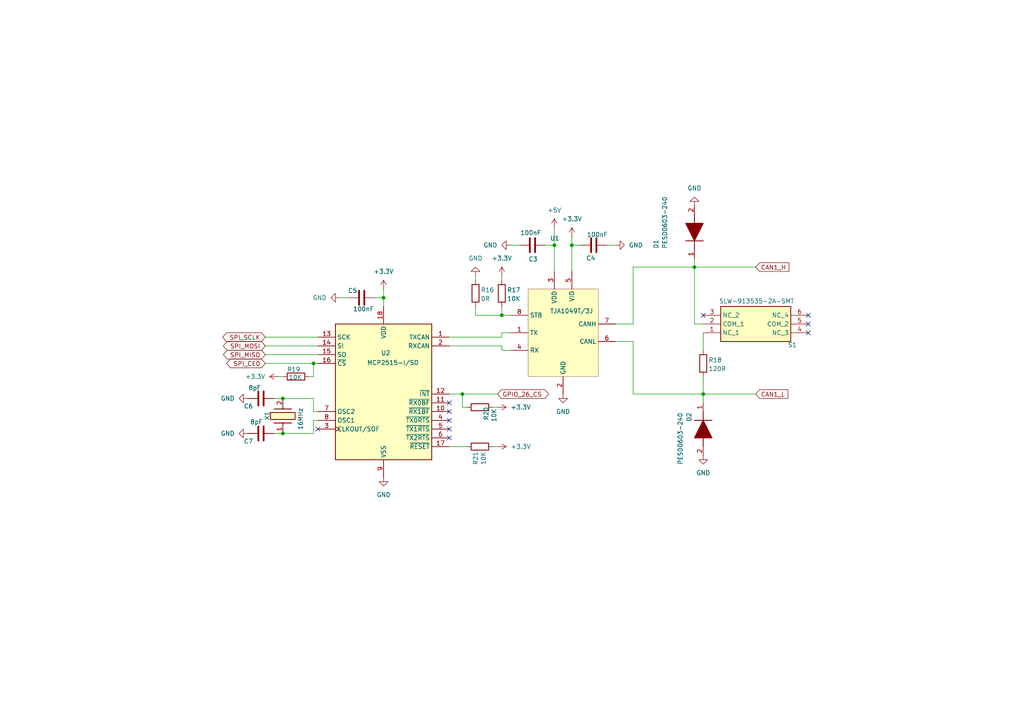
<source format=kicad_sch>
(kicad_sch
	(version 20250114)
	(generator "eeschema")
	(generator_version "9.0")
	(uuid "1277ccb9-07e6-45e4-97c5-7cf1aaa4c670")
	(paper "A4")
	(lib_symbols
		(symbol "Device:C"
			(pin_numbers
				(hide yes)
			)
			(pin_names
				(offset 0.254)
			)
			(exclude_from_sim no)
			(in_bom yes)
			(on_board yes)
			(property "Reference" "C"
				(at 0.635 2.54 0)
				(effects
					(font
						(size 1.27 1.27)
					)
					(justify left)
				)
			)
			(property "Value" "C"
				(at 0.635 -2.54 0)
				(effects
					(font
						(size 1.27 1.27)
					)
					(justify left)
				)
			)
			(property "Footprint" ""
				(at 0.9652 -3.81 0)
				(effects
					(font
						(size 1.27 1.27)
					)
					(hide yes)
				)
			)
			(property "Datasheet" "~"
				(at 0 0 0)
				(effects
					(font
						(size 1.27 1.27)
					)
					(hide yes)
				)
			)
			(property "Description" "Unpolarized capacitor"
				(at 0 0 0)
				(effects
					(font
						(size 1.27 1.27)
					)
					(hide yes)
				)
			)
			(property "ki_keywords" "cap capacitor"
				(at 0 0 0)
				(effects
					(font
						(size 1.27 1.27)
					)
					(hide yes)
				)
			)
			(property "ki_fp_filters" "C_*"
				(at 0 0 0)
				(effects
					(font
						(size 1.27 1.27)
					)
					(hide yes)
				)
			)
			(symbol "C_0_1"
				(polyline
					(pts
						(xy -2.032 0.762) (xy 2.032 0.762)
					)
					(stroke
						(width 0.508)
						(type default)
					)
					(fill
						(type none)
					)
				)
				(polyline
					(pts
						(xy -2.032 -0.762) (xy 2.032 -0.762)
					)
					(stroke
						(width 0.508)
						(type default)
					)
					(fill
						(type none)
					)
				)
			)
			(symbol "C_1_1"
				(pin passive line
					(at 0 3.81 270)
					(length 2.794)
					(name "~"
						(effects
							(font
								(size 1.27 1.27)
							)
						)
					)
					(number "1"
						(effects
							(font
								(size 1.27 1.27)
							)
						)
					)
				)
				(pin passive line
					(at 0 -3.81 90)
					(length 2.794)
					(name "~"
						(effects
							(font
								(size 1.27 1.27)
							)
						)
					)
					(number "2"
						(effects
							(font
								(size 1.27 1.27)
							)
						)
					)
				)
			)
			(embedded_fonts no)
		)
		(symbol "Device:R"
			(pin_numbers
				(hide yes)
			)
			(pin_names
				(offset 0)
			)
			(exclude_from_sim no)
			(in_bom yes)
			(on_board yes)
			(property "Reference" "R"
				(at 2.032 0 90)
				(effects
					(font
						(size 1.27 1.27)
					)
				)
			)
			(property "Value" "R"
				(at 0 0 90)
				(effects
					(font
						(size 1.27 1.27)
					)
				)
			)
			(property "Footprint" ""
				(at -1.778 0 90)
				(effects
					(font
						(size 1.27 1.27)
					)
					(hide yes)
				)
			)
			(property "Datasheet" "~"
				(at 0 0 0)
				(effects
					(font
						(size 1.27 1.27)
					)
					(hide yes)
				)
			)
			(property "Description" "Resistor"
				(at 0 0 0)
				(effects
					(font
						(size 1.27 1.27)
					)
					(hide yes)
				)
			)
			(property "ki_keywords" "R res resistor"
				(at 0 0 0)
				(effects
					(font
						(size 1.27 1.27)
					)
					(hide yes)
				)
			)
			(property "ki_fp_filters" "R_*"
				(at 0 0 0)
				(effects
					(font
						(size 1.27 1.27)
					)
					(hide yes)
				)
			)
			(symbol "R_0_1"
				(rectangle
					(start -1.016 -2.54)
					(end 1.016 2.54)
					(stroke
						(width 0.254)
						(type default)
					)
					(fill
						(type none)
					)
				)
			)
			(symbol "R_1_1"
				(pin passive line
					(at 0 3.81 270)
					(length 1.27)
					(name "~"
						(effects
							(font
								(size 1.27 1.27)
							)
						)
					)
					(number "1"
						(effects
							(font
								(size 1.27 1.27)
							)
						)
					)
				)
				(pin passive line
					(at 0 -3.81 90)
					(length 1.27)
					(name "~"
						(effects
							(font
								(size 1.27 1.27)
							)
						)
					)
					(number "2"
						(effects
							(font
								(size 1.27 1.27)
							)
						)
					)
				)
			)
			(embedded_fonts no)
		)
		(symbol "Samacsys_kicad_sym:MCP2515-I_SO"
			(exclude_from_sim no)
			(in_bom yes)
			(on_board yes)
			(property "Reference" "IC"
				(at 34.29 7.62 0)
				(effects
					(font
						(size 1.27 1.27)
					)
					(justify left top)
				)
			)
			(property "Value" "MCP2515-I_SO"
				(at 34.29 5.08 0)
				(effects
					(font
						(size 1.27 1.27)
					)
					(justify left top)
				)
			)
			(property "Footprint" "Samacsys:SOIC127P1030X265-18N"
				(at 34.29 -94.92 0)
				(effects
					(font
						(size 1.27 1.27)
					)
					(justify left top)
					(hide yes)
				)
			)
			(property "Datasheet" "https://datasheet.datasheetarchive.com/originals/distributors/Datasheets-34/DSA-675138.pdf"
				(at 34.29 -194.92 0)
				(effects
					(font
						(size 1.27 1.27)
					)
					(justify left top)
					(hide yes)
				)
			)
			(property "Description" "CAN Controller SPI data filtering SO18"
				(at 18.034 12.192 0)
				(effects
					(font
						(size 1.27 1.27)
					)
					(hide yes)
				)
			)
			(property "Height" "2.65"
				(at 34.29 -394.92 0)
				(effects
					(font
						(size 1.27 1.27)
					)
					(justify left top)
					(hide yes)
				)
			)
			(property "Mouser Part Number" "579-MCP2515-I/SO"
				(at 34.29 -494.92 0)
				(effects
					(font
						(size 1.27 1.27)
					)
					(justify left top)
					(hide yes)
				)
			)
			(property "Mouser Price/Stock" "https://www.mouser.co.uk/ProductDetail/Microchip-Technology/MCP2515-I-SO?qs=KwArPi4cUogGDbGnphOvtQ%3D%3D"
				(at 34.29 -594.92 0)
				(effects
					(font
						(size 1.27 1.27)
					)
					(justify left top)
					(hide yes)
				)
			)
			(property "Manufacturer_Name" "Microchip"
				(at 34.29 -694.92 0)
				(effects
					(font
						(size 1.27 1.27)
					)
					(justify left top)
					(hide yes)
				)
			)
			(property "Manufacturer_Part_Number" "MCP2515-I/SO"
				(at 34.29 -794.92 0)
				(effects
					(font
						(size 1.27 1.27)
					)
					(justify left top)
					(hide yes)
				)
			)
			(symbol "MCP2515-I_SO_1_0"
				(rectangle
					(start 6.35 -8.89)
					(end 34.29 -48.26)
					(stroke
						(width 0.254)
						(type solid)
						(color 128 0 0 1)
					)
					(fill
						(type background)
					)
				)
				(pin input line
					(at 1.27 -12.7 0)
					(length 5.08)
					(name "SCK"
						(effects
							(font
								(size 1.27 1.27)
							)
						)
					)
					(number "13"
						(effects
							(font
								(size 1.27 1.27)
							)
						)
					)
				)
				(pin input line
					(at 1.27 -15.24 0)
					(length 5.08)
					(name "SI"
						(effects
							(font
								(size 1.27 1.27)
							)
						)
					)
					(number "14"
						(effects
							(font
								(size 1.27 1.27)
							)
						)
					)
				)
				(pin output line
					(at 1.27 -17.78 0)
					(length 5.08)
					(name "SO"
						(effects
							(font
								(size 1.27 1.27)
							)
						)
					)
					(number "15"
						(effects
							(font
								(size 1.27 1.27)
							)
						)
					)
				)
				(pin input line
					(at 1.27 -20.32 0)
					(length 5.08)
					(name "~{CS~{}}"
						(effects
							(font
								(size 1.27 1.27)
							)
						)
					)
					(number "16"
						(effects
							(font
								(size 1.27 1.27)
							)
						)
					)
				)
				(pin output line
					(at 1.27 -34.29 0)
					(length 5.08)
					(name "OSC2"
						(effects
							(font
								(size 1.27 1.27)
							)
						)
					)
					(number "7"
						(effects
							(font
								(size 1.27 1.27)
							)
						)
					)
				)
				(pin input line
					(at 1.27 -36.83 0)
					(length 5.08)
					(name "OSC1"
						(effects
							(font
								(size 1.27 1.27)
							)
						)
					)
					(number "8"
						(effects
							(font
								(size 1.27 1.27)
							)
						)
					)
				)
				(pin output clock
					(at 1.27 -39.37 0)
					(length 5.08)
					(name "CLKOUT/SOF"
						(effects
							(font
								(size 1.27 1.27)
							)
						)
					)
					(number "3"
						(effects
							(font
								(size 1.27 1.27)
							)
						)
					)
				)
				(pin power_in line
					(at 20.32 -3.81 270)
					(length 5.08)
					(name "VDD"
						(effects
							(font
								(size 1.27 1.27)
							)
						)
					)
					(number "18"
						(effects
							(font
								(size 1.27 1.27)
							)
						)
					)
				)
				(pin power_in line
					(at 20.32 -53.34 90)
					(length 5.08)
					(name "VSS"
						(effects
							(font
								(size 1.27 1.27)
							)
						)
					)
					(number "9"
						(effects
							(font
								(size 1.27 1.27)
							)
						)
					)
				)
				(pin output line
					(at 39.37 -12.7 180)
					(length 5.08)
					(name "TXCAN"
						(effects
							(font
								(size 1.27 1.27)
							)
						)
					)
					(number "1"
						(effects
							(font
								(size 1.27 1.27)
							)
						)
					)
				)
				(pin input line
					(at 39.37 -15.24 180)
					(length 5.08)
					(name "RXCAN"
						(effects
							(font
								(size 1.27 1.27)
							)
						)
					)
					(number "2"
						(effects
							(font
								(size 1.27 1.27)
							)
						)
					)
				)
				(pin output line
					(at 39.37 -29.21 180)
					(length 5.08)
					(name "~{INT~{}}"
						(effects
							(font
								(size 1.27 1.27)
							)
						)
					)
					(number "12"
						(effects
							(font
								(size 1.27 1.27)
							)
						)
					)
				)
				(pin output line
					(at 39.37 -31.75 180)
					(length 5.08)
					(name "~{RX0BF~{}}"
						(effects
							(font
								(size 1.27 1.27)
							)
						)
					)
					(number "11"
						(effects
							(font
								(size 1.27 1.27)
							)
						)
					)
				)
				(pin output line
					(at 39.37 -34.29 180)
					(length 5.08)
					(name "~{RX1BF~{}}"
						(effects
							(font
								(size 1.27 1.27)
							)
						)
					)
					(number "10"
						(effects
							(font
								(size 1.27 1.27)
							)
						)
					)
				)
				(pin input line
					(at 39.37 -36.83 180)
					(length 5.08)
					(name "~{TX0RTS~{}}"
						(effects
							(font
								(size 1.27 1.27)
							)
						)
					)
					(number "4"
						(effects
							(font
								(size 1.27 1.27)
							)
						)
					)
				)
				(pin input line
					(at 39.37 -39.37 180)
					(length 5.08)
					(name "~{TX1RTS~{}}"
						(effects
							(font
								(size 1.27 1.27)
							)
						)
					)
					(number "5"
						(effects
							(font
								(size 1.27 1.27)
							)
						)
					)
				)
				(pin input line
					(at 39.37 -41.91 180)
					(length 5.08)
					(name "~{TX2RTS~{}}"
						(effects
							(font
								(size 1.27 1.27)
							)
						)
					)
					(number "6"
						(effects
							(font
								(size 1.27 1.27)
							)
						)
					)
				)
				(pin input line
					(at 39.37 -44.45 180)
					(length 5.08)
					(name "~{RESET~{}}"
						(effects
							(font
								(size 1.27 1.27)
							)
						)
					)
					(number "17"
						(effects
							(font
								(size 1.27 1.27)
							)
						)
					)
				)
			)
			(embedded_fonts no)
		)
		(symbol "Samacsys_kicad_sym:NX3225GB-16M-STD-CRA-2"
			(pin_names
				(hide yes)
			)
			(exclude_from_sim no)
			(in_bom yes)
			(on_board yes)
			(property "Reference" "Y"
				(at 8.89 6.35 0)
				(effects
					(font
						(size 1.27 1.27)
					)
					(justify left top)
				)
			)
			(property "Value" "NX3225GB-16M-STD-CRA-2"
				(at 8.89 3.81 0)
				(effects
					(font
						(size 1.27 1.27)
					)
					(justify left top)
				)
			)
			(property "Footprint" "Samacsys:NX3225GD-STD-CRA-3"
				(at 8.89 -96.19 0)
				(effects
					(font
						(size 1.27 1.27)
					)
					(justify left top)
					(hide yes)
				)
			)
			(property "Datasheet" "https://datasheet.datasheetarchive.com/originals/distributors/DKDS-17/332078.pdf"
				(at 8.89 -196.19 0)
				(effects
					(font
						(size 1.27 1.27)
					)
					(justify left top)
					(hide yes)
				)
			)
			(property "Description" "NDK 16MHz Crystal Unit +/-50ppm SMD 2-Pin 3.2 x 2.5 x 0.75mm"
				(at 0 0 0)
				(effects
					(font
						(size 1.27 1.27)
					)
					(hide yes)
				)
			)
			(property "Height" ""
				(at 8.89 -396.19 0)
				(effects
					(font
						(size 1.27 1.27)
					)
					(justify left top)
					(hide yes)
				)
			)
			(property "Mouser Part Number" "344-NX3225GB16MSTRA2"
				(at 8.89 -496.19 0)
				(effects
					(font
						(size 1.27 1.27)
					)
					(justify left top)
					(hide yes)
				)
			)
			(property "Mouser Price/Stock" "https://www.mouser.co.uk/ProductDetail/NDK/NX3225GB-16M-STD-CRA-2?qs=w%2Fv1CP2dgqqz6Fo69dRGLg%3D%3D"
				(at 8.89 -596.19 0)
				(effects
					(font
						(size 1.27 1.27)
					)
					(justify left top)
					(hide yes)
				)
			)
			(property "Manufacturer_Name" "NDK"
				(at 8.89 -696.19 0)
				(effects
					(font
						(size 1.27 1.27)
					)
					(justify left top)
					(hide yes)
				)
			)
			(property "Manufacturer_Part_Number" "NX3225GB-16M-STD-CRA-2"
				(at 8.89 -796.19 0)
				(effects
					(font
						(size 1.27 1.27)
					)
					(justify left top)
					(hide yes)
				)
			)
			(symbol "NX3225GB-16M-STD-CRA-2_1_1"
				(polyline
					(pts
						(xy 3.048 2.54) (xy 3.048 -2.54)
					)
					(stroke
						(width 0.254)
						(type default)
					)
					(fill
						(type none)
					)
				)
				(polyline
					(pts
						(xy 3.048 0) (xy 2.54 0)
					)
					(stroke
						(width 0.254)
						(type default)
					)
					(fill
						(type none)
					)
				)
				(rectangle
					(start 4.064 3.556)
					(end 6.096 -3.556)
					(stroke
						(width 0.254)
						(type default)
					)
					(fill
						(type background)
					)
				)
				(polyline
					(pts
						(xy 7.112 2.54) (xy 7.112 -2.54)
					)
					(stroke
						(width 0.254)
						(type default)
					)
					(fill
						(type none)
					)
				)
				(polyline
					(pts
						(xy 7.112 0) (xy 7.62 0)
					)
					(stroke
						(width 0.254)
						(type default)
					)
					(fill
						(type none)
					)
				)
				(pin passive line
					(at 0 0 0)
					(length 2.54)
					(name "1"
						(effects
							(font
								(size 1.27 1.27)
							)
						)
					)
					(number "1"
						(effects
							(font
								(size 1.27 1.27)
							)
						)
					)
				)
				(pin passive line
					(at 10.16 0 180)
					(length 2.54)
					(name "2"
						(effects
							(font
								(size 1.27 1.27)
							)
						)
					)
					(number "2"
						(effects
							(font
								(size 1.27 1.27)
							)
						)
					)
				)
			)
			(embedded_fonts no)
		)
		(symbol "Samacsys_kicad_sym:PESD0603-240"
			(pin_names
				(hide yes)
			)
			(exclude_from_sim no)
			(in_bom yes)
			(on_board yes)
			(property "Reference" "D"
				(at 11.43 5.08 0)
				(effects
					(font
						(size 1.27 1.27)
					)
					(justify left top)
				)
			)
			(property "Value" "PESD0603-240"
				(at 11.43 2.54 0)
				(effects
					(font
						(size 1.27 1.27)
					)
					(justify left top)
				)
			)
			(property "Footprint" "Samacsys:DIONC1608X55N"
				(at 11.43 -97.46 0)
				(effects
					(font
						(size 1.27 1.27)
					)
					(justify left top)
					(hide yes)
				)
			)
			(property "Datasheet" "http://www.littelfuse.com/~/media/electronics/datasheets/polymer_esd_suppressors/littelfuse_polymer_esd_suppressor_pesd_catalog_datasheet.pdf.pdf"
				(at 11.43 -197.46 0)
				(effects
					(font
						(size 1.27 1.27)
					)
					(justify left top)
					(hide yes)
				)
			)
			(property "Description" "LITTELFUSE - PESD0603-240 - ESD SUPPRESSOR, 0603, 24V, 0.25PF"
				(at 0 0 0)
				(effects
					(font
						(size 1.27 1.27)
					)
					(hide yes)
				)
			)
			(property "Height" "0.55"
				(at 11.43 -397.46 0)
				(effects
					(font
						(size 1.27 1.27)
					)
					(justify left top)
					(hide yes)
				)
			)
			(property "Mouser Part Number" "650-PESD0603-240"
				(at 11.43 -497.46 0)
				(effects
					(font
						(size 1.27 1.27)
					)
					(justify left top)
					(hide yes)
				)
			)
			(property "Mouser Price/Stock" "https://www.mouser.co.uk/ProductDetail/Littelfuse/PESD0603-240?qs=NK6InXoXhq6AnVVWZjdyfg%3D%3D"
				(at 11.43 -597.46 0)
				(effects
					(font
						(size 1.27 1.27)
					)
					(justify left top)
					(hide yes)
				)
			)
			(property "Manufacturer_Name" "LITTELFUSE"
				(at 11.43 -697.46 0)
				(effects
					(font
						(size 1.27 1.27)
					)
					(justify left top)
					(hide yes)
				)
			)
			(property "Manufacturer_Part_Number" "PESD0603-240"
				(at 11.43 -797.46 0)
				(effects
					(font
						(size 1.27 1.27)
					)
					(justify left top)
					(hide yes)
				)
			)
			(symbol "PESD0603-240_1_1"
				(polyline
					(pts
						(xy 2.54 0) (xy 5.08 0)
					)
					(stroke
						(width 0.254)
						(type default)
					)
					(fill
						(type none)
					)
				)
				(polyline
					(pts
						(xy 5.08 2.54) (xy 5.08 -2.54)
					)
					(stroke
						(width 0.254)
						(type default)
					)
					(fill
						(type none)
					)
				)
				(polyline
					(pts
						(xy 5.08 0) (xy 10.16 2.54) (xy 10.16 -2.54) (xy 5.08 0)
					)
					(stroke
						(width 0.254)
						(type default)
					)
					(fill
						(type outline)
					)
				)
				(polyline
					(pts
						(xy 10.16 0) (xy 12.7 0)
					)
					(stroke
						(width 0.254)
						(type default)
					)
					(fill
						(type none)
					)
				)
				(pin passive line
					(at 0 0 0)
					(length 2.54)
					(name "K"
						(effects
							(font
								(size 1.27 1.27)
							)
						)
					)
					(number "1"
						(effects
							(font
								(size 1.27 1.27)
							)
						)
					)
				)
				(pin passive line
					(at 15.24 0 180)
					(length 2.54)
					(name "A"
						(effects
							(font
								(size 1.27 1.27)
							)
						)
					)
					(number "2"
						(effects
							(font
								(size 1.27 1.27)
							)
						)
					)
				)
			)
			(embedded_fonts no)
		)
		(symbol "Samacsys_kicad_sym:SLW-913535-2A-SMT"
			(exclude_from_sim no)
			(in_bom yes)
			(on_board yes)
			(property "Reference" "S"
				(at 26.67 7.62 0)
				(effects
					(font
						(size 1.27 1.27)
					)
					(justify left top)
				)
			)
			(property "Value" "SLW-913535-2A-SMT"
				(at 26.67 5.08 0)
				(effects
					(font
						(size 1.27 1.27)
					)
					(justify left top)
				)
			)
			(property "Footprint" "Samacsys:SLW9135352ASMT"
				(at 26.67 -94.92 0)
				(effects
					(font
						(size 1.27 1.27)
					)
					(justify left top)
					(hide yes)
				)
			)
			(property "Datasheet" "https://www.sameskydevices.com/product/resource/supplyframepdf/slw-913535-2a-smt.pdf"
				(at 26.67 -194.92 0)
				(effects
					(font
						(size 1.27 1.27)
					)
					(justify left top)
					(hide yes)
				)
			)
			(property "Description" "9.1 x 3.5 x 3.5 mm, 2 mm Raised Slide Actuator, Vertical, Surface Mount, Slide Switch"
				(at 0 0 0)
				(effects
					(font
						(size 1.27 1.27)
					)
					(hide yes)
				)
			)
			(property "Height" "5.9"
				(at 26.67 -394.92 0)
				(effects
					(font
						(size 1.27 1.27)
					)
					(justify left top)
					(hide yes)
				)
			)
			(property "Mouser Part Number" "179-SLW-913535-2ASMT"
				(at 26.67 -494.92 0)
				(effects
					(font
						(size 1.27 1.27)
					)
					(justify left top)
					(hide yes)
				)
			)
			(property "Mouser Price/Stock" "https://www.mouser.co.uk/ProductDetail/Same-Sky/SLW-913535-2A-SMT?qs=1Kr7Jg1SGW948I6fIY1VRA%3D%3D"
				(at 26.67 -594.92 0)
				(effects
					(font
						(size 1.27 1.27)
					)
					(justify left top)
					(hide yes)
				)
			)
			(property "Manufacturer_Name" "Same Sky"
				(at 26.67 -694.92 0)
				(effects
					(font
						(size 1.27 1.27)
					)
					(justify left top)
					(hide yes)
				)
			)
			(property "Manufacturer_Part_Number" "SLW-913535-2A-SMT"
				(at 26.67 -794.92 0)
				(effects
					(font
						(size 1.27 1.27)
					)
					(justify left top)
					(hide yes)
				)
			)
			(symbol "SLW-913535-2A-SMT_1_1"
				(rectangle
					(start 5.08 2.54)
					(end 25.4 -7.62)
					(stroke
						(width 0.254)
						(type default)
					)
					(fill
						(type background)
					)
				)
				(pin passive line
					(at 0 0 0)
					(length 5.08)
					(name "NC_3"
						(effects
							(font
								(size 1.27 1.27)
							)
						)
					)
					(number "4"
						(effects
							(font
								(size 1.27 1.27)
							)
						)
					)
				)
				(pin passive line
					(at 0 -2.54 0)
					(length 5.08)
					(name "COM_2"
						(effects
							(font
								(size 1.27 1.27)
							)
						)
					)
					(number "5"
						(effects
							(font
								(size 1.27 1.27)
							)
						)
					)
				)
				(pin passive line
					(at 0 -5.08 0)
					(length 5.08)
					(name "NC_4"
						(effects
							(font
								(size 1.27 1.27)
							)
						)
					)
					(number "6"
						(effects
							(font
								(size 1.27 1.27)
							)
						)
					)
				)
				(pin passive line
					(at 30.48 0 180)
					(length 5.08)
					(name "NC_1"
						(effects
							(font
								(size 1.27 1.27)
							)
						)
					)
					(number "1"
						(effects
							(font
								(size 1.27 1.27)
							)
						)
					)
				)
				(pin passive line
					(at 30.48 -2.54 180)
					(length 5.08)
					(name "COM_1"
						(effects
							(font
								(size 1.27 1.27)
							)
						)
					)
					(number "2"
						(effects
							(font
								(size 1.27 1.27)
							)
						)
					)
				)
				(pin passive line
					(at 30.48 -5.08 180)
					(length 5.08)
					(name "NC_2"
						(effects
							(font
								(size 1.27 1.27)
							)
						)
					)
					(number "3"
						(effects
							(font
								(size 1.27 1.27)
							)
						)
					)
				)
			)
			(embedded_fonts no)
		)
		(symbol "Samacsys_kicad_sym:TJA1049T_3J"
			(exclude_from_sim no)
			(in_bom yes)
			(on_board yes)
			(property "Reference" "IC"
				(at 24.13 7.62 0)
				(effects
					(font
						(size 1.27 1.27)
					)
					(justify left top)
				)
			)
			(property "Value" "TJA1049T_3J"
				(at 24.13 5.08 0)
				(effects
					(font
						(size 1.27 1.27)
					)
					(justify left top)
				)
			)
			(property "Footprint" "Samacsys:SOIC127P600X175-8N"
				(at 24.13 -94.92 0)
				(effects
					(font
						(size 1.27 1.27)
					)
					(justify left top)
					(hide yes)
				)
			)
			(property "Datasheet" "http://www.nxp.com/docs/en/data-sheet/TJA1049.pdf"
				(at 24.13 -194.92 0)
				(effects
					(font
						(size 1.27 1.27)
					)
					(justify left top)
					(hide yes)
				)
			)
			(property "Description" "NXP - TJA1049T/3J - CAN TRANSCEIVER, AEC-Q100, 5MBPS, SOIC-8"
				(at 10.668 10.668 0)
				(effects
					(font
						(size 1.27 1.27)
					)
					(hide yes)
				)
			)
			(property "Height" "1.75"
				(at 24.13 -394.92 0)
				(effects
					(font
						(size 1.27 1.27)
					)
					(justify left top)
					(hide yes)
				)
			)
			(property "Mouser Part Number" "771-TJA1049T/3J"
				(at 24.13 -494.92 0)
				(effects
					(font
						(size 1.27 1.27)
					)
					(justify left top)
					(hide yes)
				)
			)
			(property "Mouser Price/Stock" "https://www.mouser.co.uk/ProductDetail/NXP-Semiconductors/TJA1049T-3J?qs=y2kkmE52mdONKmiKlplrdw%3D%3D"
				(at 24.13 -594.92 0)
				(effects
					(font
						(size 1.27 1.27)
					)
					(justify left top)
					(hide yes)
				)
			)
			(property "Manufacturer_Name" "NXP"
				(at 24.13 -694.92 0)
				(effects
					(font
						(size 1.27 1.27)
					)
					(justify left top)
					(hide yes)
				)
			)
			(property "Manufacturer_Part_Number" "TJA1049T/3J"
				(at 24.13 -794.92 0)
				(effects
					(font
						(size 1.27 1.27)
					)
					(justify left top)
					(hide yes)
				)
			)
			(symbol "TJA1049T_3J_1_0"
				(rectangle
					(start 20.32 -1.27)
					(end 0 -26.67)
					(stroke
						(width 0.0254)
						(type solid)
						(color 128 0 0 1)
					)
					(fill
						(type background)
					)
				)
				(pin passive line
					(at -5.08 -8.89 0)
					(length 5.08)
					(name "STB"
						(effects
							(font
								(size 1.27 1.27)
							)
						)
					)
					(number "8"
						(effects
							(font
								(size 1.27 1.27)
							)
						)
					)
				)
				(pin passive line
					(at -5.08 -13.97 0)
					(length 5.08)
					(name "TX"
						(effects
							(font
								(size 1.27 1.27)
							)
						)
					)
					(number "1"
						(effects
							(font
								(size 1.27 1.27)
							)
						)
					)
				)
				(pin passive line
					(at -5.08 -19.05 0)
					(length 5.08)
					(name "RX"
						(effects
							(font
								(size 1.27 1.27)
							)
						)
					)
					(number "4"
						(effects
							(font
								(size 1.27 1.27)
							)
						)
					)
				)
				(pin passive line
					(at 7.62 3.81 270)
					(length 5.08)
					(name "VDD"
						(effects
							(font
								(size 1.27 1.27)
							)
						)
					)
					(number "3"
						(effects
							(font
								(size 1.27 1.27)
							)
						)
					)
				)
				(pin passive line
					(at 10.16 -31.75 90)
					(length 5.08)
					(name "GND"
						(effects
							(font
								(size 1.27 1.27)
							)
						)
					)
					(number "2"
						(effects
							(font
								(size 1.27 1.27)
							)
						)
					)
				)
				(pin passive line
					(at 12.7 3.81 270)
					(length 5.08)
					(name "VIO"
						(effects
							(font
								(size 1.27 1.27)
							)
						)
					)
					(number "5"
						(effects
							(font
								(size 1.27 1.27)
							)
						)
					)
				)
				(pin passive line
					(at 25.4 -11.43 180)
					(length 5.08)
					(name "CANH"
						(effects
							(font
								(size 1.27 1.27)
							)
						)
					)
					(number "7"
						(effects
							(font
								(size 1.27 1.27)
							)
						)
					)
				)
				(pin passive line
					(at 25.4 -16.51 180)
					(length 5.08)
					(name "CANL"
						(effects
							(font
								(size 1.27 1.27)
							)
						)
					)
					(number "6"
						(effects
							(font
								(size 1.27 1.27)
							)
						)
					)
				)
			)
			(embedded_fonts no)
		)
		(symbol "power:+3.3V"
			(power)
			(pin_numbers
				(hide yes)
			)
			(pin_names
				(offset 0)
				(hide yes)
			)
			(exclude_from_sim no)
			(in_bom yes)
			(on_board yes)
			(property "Reference" "#PWR"
				(at 0 -3.81 0)
				(effects
					(font
						(size 1.27 1.27)
					)
					(hide yes)
				)
			)
			(property "Value" "+3.3V"
				(at 0 3.556 0)
				(effects
					(font
						(size 1.27 1.27)
					)
				)
			)
			(property "Footprint" ""
				(at 0 0 0)
				(effects
					(font
						(size 1.27 1.27)
					)
					(hide yes)
				)
			)
			(property "Datasheet" ""
				(at 0 0 0)
				(effects
					(font
						(size 1.27 1.27)
					)
					(hide yes)
				)
			)
			(property "Description" "Power symbol creates a global label with name \"+3.3V\""
				(at 0 0 0)
				(effects
					(font
						(size 1.27 1.27)
					)
					(hide yes)
				)
			)
			(property "ki_keywords" "global power"
				(at 0 0 0)
				(effects
					(font
						(size 1.27 1.27)
					)
					(hide yes)
				)
			)
			(symbol "+3.3V_0_1"
				(polyline
					(pts
						(xy -0.762 1.27) (xy 0 2.54)
					)
					(stroke
						(width 0)
						(type default)
					)
					(fill
						(type none)
					)
				)
				(polyline
					(pts
						(xy 0 2.54) (xy 0.762 1.27)
					)
					(stroke
						(width 0)
						(type default)
					)
					(fill
						(type none)
					)
				)
				(polyline
					(pts
						(xy 0 0) (xy 0 2.54)
					)
					(stroke
						(width 0)
						(type default)
					)
					(fill
						(type none)
					)
				)
			)
			(symbol "+3.3V_1_1"
				(pin power_in line
					(at 0 0 90)
					(length 0)
					(name "~"
						(effects
							(font
								(size 1.27 1.27)
							)
						)
					)
					(number "1"
						(effects
							(font
								(size 1.27 1.27)
							)
						)
					)
				)
			)
			(embedded_fonts no)
		)
		(symbol "power:+5V"
			(power)
			(pin_numbers
				(hide yes)
			)
			(pin_names
				(offset 0)
				(hide yes)
			)
			(exclude_from_sim no)
			(in_bom yes)
			(on_board yes)
			(property "Reference" "#PWR"
				(at 0 -3.81 0)
				(effects
					(font
						(size 1.27 1.27)
					)
					(hide yes)
				)
			)
			(property "Value" "+5V"
				(at 0 3.556 0)
				(effects
					(font
						(size 1.27 1.27)
					)
				)
			)
			(property "Footprint" ""
				(at 0 0 0)
				(effects
					(font
						(size 1.27 1.27)
					)
					(hide yes)
				)
			)
			(property "Datasheet" ""
				(at 0 0 0)
				(effects
					(font
						(size 1.27 1.27)
					)
					(hide yes)
				)
			)
			(property "Description" "Power symbol creates a global label with name \"+5V\""
				(at 0 0 0)
				(effects
					(font
						(size 1.27 1.27)
					)
					(hide yes)
				)
			)
			(property "ki_keywords" "global power"
				(at 0 0 0)
				(effects
					(font
						(size 1.27 1.27)
					)
					(hide yes)
				)
			)
			(symbol "+5V_0_1"
				(polyline
					(pts
						(xy -0.762 1.27) (xy 0 2.54)
					)
					(stroke
						(width 0)
						(type default)
					)
					(fill
						(type none)
					)
				)
				(polyline
					(pts
						(xy 0 2.54) (xy 0.762 1.27)
					)
					(stroke
						(width 0)
						(type default)
					)
					(fill
						(type none)
					)
				)
				(polyline
					(pts
						(xy 0 0) (xy 0 2.54)
					)
					(stroke
						(width 0)
						(type default)
					)
					(fill
						(type none)
					)
				)
			)
			(symbol "+5V_1_1"
				(pin power_in line
					(at 0 0 90)
					(length 0)
					(name "~"
						(effects
							(font
								(size 1.27 1.27)
							)
						)
					)
					(number "1"
						(effects
							(font
								(size 1.27 1.27)
							)
						)
					)
				)
			)
			(embedded_fonts no)
		)
		(symbol "power:GND"
			(power)
			(pin_numbers
				(hide yes)
			)
			(pin_names
				(offset 0)
				(hide yes)
			)
			(exclude_from_sim no)
			(in_bom yes)
			(on_board yes)
			(property "Reference" "#PWR"
				(at 0 -6.35 0)
				(effects
					(font
						(size 1.27 1.27)
					)
					(hide yes)
				)
			)
			(property "Value" "GND"
				(at 0 -3.81 0)
				(effects
					(font
						(size 1.27 1.27)
					)
				)
			)
			(property "Footprint" ""
				(at 0 0 0)
				(effects
					(font
						(size 1.27 1.27)
					)
					(hide yes)
				)
			)
			(property "Datasheet" ""
				(at 0 0 0)
				(effects
					(font
						(size 1.27 1.27)
					)
					(hide yes)
				)
			)
			(property "Description" "Power symbol creates a global label with name \"GND\" , ground"
				(at 0 0 0)
				(effects
					(font
						(size 1.27 1.27)
					)
					(hide yes)
				)
			)
			(property "ki_keywords" "global power"
				(at 0 0 0)
				(effects
					(font
						(size 1.27 1.27)
					)
					(hide yes)
				)
			)
			(symbol "GND_0_1"
				(polyline
					(pts
						(xy 0 0) (xy 0 -1.27) (xy 1.27 -1.27) (xy 0 -2.54) (xy -1.27 -1.27) (xy 0 -1.27)
					)
					(stroke
						(width 0)
						(type default)
					)
					(fill
						(type none)
					)
				)
			)
			(symbol "GND_1_1"
				(pin power_in line
					(at 0 0 270)
					(length 0)
					(name "~"
						(effects
							(font
								(size 1.27 1.27)
							)
						)
					)
					(number "1"
						(effects
							(font
								(size 1.27 1.27)
							)
						)
					)
				)
			)
			(embedded_fonts no)
		)
	)
	(junction
		(at 134.112 114.3)
		(diameter 0)
		(color 0 0 0 0)
		(uuid "1afb96d2-da1b-4d1f-8b78-fd70539e5cee")
	)
	(junction
		(at 82.042 115.57)
		(diameter 0)
		(color 0 0 0 0)
		(uuid "46901fc3-af13-42f0-bd55-beb779ee61d4")
	)
	(junction
		(at 145.542 91.44)
		(diameter 0)
		(color 0 0 0 0)
		(uuid "7281d20b-8b14-46bf-a3ea-ea12f87d4610")
	)
	(junction
		(at 160.782 71.12)
		(diameter 0)
		(color 0 0 0 0)
		(uuid "80e0d425-48bc-4721-b81e-c80477cc39eb")
	)
	(junction
		(at 111.252 86.36)
		(diameter 0)
		(color 0 0 0 0)
		(uuid "8c03ccff-2b1f-449b-9ec9-5c692c14c509")
	)
	(junction
		(at 82.042 125.73)
		(diameter 0)
		(color 0 0 0 0)
		(uuid "a58e4be5-fd67-44b8-9db6-36bede89fe4b")
	)
	(junction
		(at 90.932 105.41)
		(diameter 0)
		(color 0 0 0 0)
		(uuid "d62cabe9-79ef-45d0-9e8d-72ab11dea4d7")
	)
	(junction
		(at 165.862 71.12)
		(diameter 0)
		(color 0 0 0 0)
		(uuid "d9a833b3-a37e-4e44-bb47-b4d2c48a8003")
	)
	(junction
		(at 201.422 77.47)
		(diameter 0)
		(color 0 0 0 0)
		(uuid "ea4bc300-3fd7-400b-acd0-d084d1d3e18c")
	)
	(junction
		(at 203.962 114.3)
		(diameter 0)
		(color 0 0 0 0)
		(uuid "f953a8a4-e35c-4cbb-9fdd-8cad1becedf9")
	)
	(no_connect
		(at 234.442 96.52)
		(uuid "212eb74e-898c-42c0-a60c-73e646a12946")
	)
	(no_connect
		(at 130.302 121.92)
		(uuid "2550ac94-3ecb-4093-8982-57c28b5c409d")
	)
	(no_connect
		(at 130.302 116.84)
		(uuid "30f2a247-e5a4-4300-9f3b-99a3ac10383c")
	)
	(no_connect
		(at 130.302 127)
		(uuid "4307862d-7e42-4ffc-b5ac-42311e6a64f9")
	)
	(no_connect
		(at 203.962 91.44)
		(uuid "6c084e63-0547-4a1e-9a0f-c5c10fdc4d37")
	)
	(no_connect
		(at 130.302 124.46)
		(uuid "7cbaff7b-9f25-40a5-8426-504cde5656a6")
	)
	(no_connect
		(at 92.202 124.46)
		(uuid "8423bc66-a70e-4f8e-835a-52f3aa56ea2b")
	)
	(no_connect
		(at 234.442 91.44)
		(uuid "a2fbc0fe-9592-4b2b-8f58-78754fd36b0e")
	)
	(no_connect
		(at 234.442 93.98)
		(uuid "f573fe9d-83c5-451b-9c58-6b1a5d9007e0")
	)
	(no_connect
		(at 130.302 119.38)
		(uuid "f7df254e-47cf-4fb3-bcff-e64a6659c6b3")
	)
	(wire
		(pts
			(xy 92.202 105.41) (xy 90.932 105.41)
		)
		(stroke
			(width 0)
			(type default)
		)
		(uuid "051d737b-5895-4c44-919b-e1feeac0ef92")
	)
	(wire
		(pts
			(xy 130.302 114.3) (xy 134.112 114.3)
		)
		(stroke
			(width 0)
			(type default)
		)
		(uuid "07ac45ab-e2dc-4160-a0de-5bc1a8087f5a")
	)
	(wire
		(pts
			(xy 90.932 125.73) (xy 90.932 121.92)
		)
		(stroke
			(width 0)
			(type default)
		)
		(uuid "0c32c05b-6987-4de9-97ba-ece716201b9b")
	)
	(wire
		(pts
			(xy 82.042 125.73) (xy 90.932 125.73)
		)
		(stroke
			(width 0)
			(type default)
		)
		(uuid "0f87e2db-92e6-4786-a52d-35be328639b5")
	)
	(wire
		(pts
			(xy 148.082 91.44) (xy 145.542 91.44)
		)
		(stroke
			(width 0)
			(type default)
		)
		(uuid "1577f694-5bba-4f5d-8146-360e607e5747")
	)
	(wire
		(pts
			(xy 143.002 129.54) (xy 144.272 129.54)
		)
		(stroke
			(width 0)
			(type default)
		)
		(uuid "1cd5bf44-6994-4aba-bbc1-3e276ec63ba2")
	)
	(wire
		(pts
			(xy 111.252 86.36) (xy 111.252 88.9)
		)
		(stroke
			(width 0)
			(type default)
		)
		(uuid "1e07beb5-1e58-4de5-80a1-f75858cedc3b")
	)
	(wire
		(pts
			(xy 183.642 93.98) (xy 183.642 77.47)
		)
		(stroke
			(width 0)
			(type default)
		)
		(uuid "2a84985e-063f-4f5d-966e-f181877e2746")
	)
	(wire
		(pts
			(xy 201.422 74.93) (xy 201.422 77.47)
		)
		(stroke
			(width 0)
			(type default)
		)
		(uuid "2da7666a-1bf1-4d7b-a3be-085b4d0ddec7")
	)
	(wire
		(pts
			(xy 145.542 91.44) (xy 137.922 91.44)
		)
		(stroke
			(width 0)
			(type default)
		)
		(uuid "38c8dc6b-7ce2-48ee-b87c-cfd2631d0d67")
	)
	(wire
		(pts
			(xy 145.542 100.33) (xy 145.542 101.6)
		)
		(stroke
			(width 0)
			(type default)
		)
		(uuid "3ecb5d11-6952-4165-a670-067b5f103af9")
	)
	(wire
		(pts
			(xy 158.242 71.12) (xy 160.782 71.12)
		)
		(stroke
			(width 0)
			(type default)
		)
		(uuid "42fb1a64-a7d9-4823-9bd2-094d76412436")
	)
	(wire
		(pts
			(xy 178.562 99.06) (xy 183.642 99.06)
		)
		(stroke
			(width 0)
			(type default)
		)
		(uuid "448c6d15-0f54-43c8-9242-9dab11dfeb5b")
	)
	(wire
		(pts
			(xy 90.932 109.22) (xy 90.932 105.41)
		)
		(stroke
			(width 0)
			(type default)
		)
		(uuid "516742d7-a717-4091-ad48-355c5f144c77")
	)
	(wire
		(pts
			(xy 201.422 77.47) (xy 201.422 93.98)
		)
		(stroke
			(width 0)
			(type default)
		)
		(uuid "5183472f-593b-4703-a09a-b4c25b4bf3bf")
	)
	(wire
		(pts
			(xy 203.962 114.3) (xy 219.202 114.3)
		)
		(stroke
			(width 0)
			(type default)
		)
		(uuid "52bad6c2-3a50-433a-bd43-ff80353909a5")
	)
	(wire
		(pts
			(xy 90.932 105.41) (xy 76.962 105.41)
		)
		(stroke
			(width 0)
			(type default)
		)
		(uuid "5be71d94-6549-4474-a589-5d18b96bc543")
	)
	(wire
		(pts
			(xy 201.422 77.47) (xy 219.202 77.47)
		)
		(stroke
			(width 0)
			(type default)
		)
		(uuid "5c703a6c-73e7-4c26-8acb-f80aa898eaa5")
	)
	(wire
		(pts
			(xy 178.562 71.12) (xy 176.022 71.12)
		)
		(stroke
			(width 0)
			(type default)
		)
		(uuid "5c956cb3-efa0-45cd-a206-20bea81534d7")
	)
	(wire
		(pts
			(xy 92.202 97.79) (xy 76.962 97.79)
		)
		(stroke
			(width 0)
			(type default)
		)
		(uuid "6160f913-7f01-4afe-8a48-8d28b632b348")
	)
	(wire
		(pts
			(xy 183.642 114.3) (xy 203.962 114.3)
		)
		(stroke
			(width 0)
			(type default)
		)
		(uuid "6aaff51a-c723-4750-aa33-ee23ecbb1b50")
	)
	(wire
		(pts
			(xy 92.202 102.87) (xy 76.962 102.87)
		)
		(stroke
			(width 0)
			(type default)
		)
		(uuid "6c9c4963-dd69-4340-bd8b-0465578cc9d8")
	)
	(wire
		(pts
			(xy 98.552 86.36) (xy 101.092 86.36)
		)
		(stroke
			(width 0)
			(type default)
		)
		(uuid "6ca19bc8-c793-45f2-bbfd-17a098917d8a")
	)
	(wire
		(pts
			(xy 145.542 88.9) (xy 145.542 91.44)
		)
		(stroke
			(width 0)
			(type default)
		)
		(uuid "6d29f42e-9308-4b05-804f-f472fcfdb87f")
	)
	(wire
		(pts
			(xy 160.782 71.12) (xy 160.782 78.74)
		)
		(stroke
			(width 0)
			(type default)
		)
		(uuid "732ad17b-064a-440f-b99c-68719a400a49")
	)
	(wire
		(pts
			(xy 145.542 96.52) (xy 148.082 96.52)
		)
		(stroke
			(width 0)
			(type default)
		)
		(uuid "73ff4a82-fa5c-4a2c-b175-a060880738c1")
	)
	(wire
		(pts
			(xy 79.502 115.57) (xy 82.042 115.57)
		)
		(stroke
			(width 0)
			(type default)
		)
		(uuid "740b4270-bf05-40fe-8bb5-fc957571f3f7")
	)
	(wire
		(pts
			(xy 203.962 96.52) (xy 203.962 101.6)
		)
		(stroke
			(width 0)
			(type default)
		)
		(uuid "7e0f6a38-fb84-4a16-80db-cbe24e16d66c")
	)
	(wire
		(pts
			(xy 145.542 101.6) (xy 148.082 101.6)
		)
		(stroke
			(width 0)
			(type default)
		)
		(uuid "84b41c3e-9e38-46a8-827b-8c357a280f29")
	)
	(wire
		(pts
			(xy 168.402 71.12) (xy 165.862 71.12)
		)
		(stroke
			(width 0)
			(type default)
		)
		(uuid "8649e276-a73a-4981-90c8-baba7468aa82")
	)
	(wire
		(pts
			(xy 108.712 86.36) (xy 111.252 86.36)
		)
		(stroke
			(width 0)
			(type default)
		)
		(uuid "86da3d5b-03ec-47ad-86f6-bbbbcf78210d")
	)
	(wire
		(pts
			(xy 80.772 109.22) (xy 82.042 109.22)
		)
		(stroke
			(width 0)
			(type default)
		)
		(uuid "8b0edf7a-6cfb-4114-b36c-2f2267a64b20")
	)
	(wire
		(pts
			(xy 137.922 80.01) (xy 137.922 81.28)
		)
		(stroke
			(width 0)
			(type default)
		)
		(uuid "8b9308da-74e2-42ce-96ac-ce430108e130")
	)
	(wire
		(pts
			(xy 160.782 66.04) (xy 160.782 71.12)
		)
		(stroke
			(width 0)
			(type default)
		)
		(uuid "950bc24b-ce56-4de2-b062-355cc94709cc")
	)
	(wire
		(pts
			(xy 89.662 109.22) (xy 90.932 109.22)
		)
		(stroke
			(width 0)
			(type default)
		)
		(uuid "959c2a63-2b56-4b9b-98d8-b22336e0eb29")
	)
	(wire
		(pts
			(xy 183.642 99.06) (xy 183.642 114.3)
		)
		(stroke
			(width 0)
			(type default)
		)
		(uuid "9a44489c-c8d1-49eb-a5eb-356516668580")
	)
	(wire
		(pts
			(xy 165.862 68.58) (xy 165.862 71.12)
		)
		(stroke
			(width 0)
			(type default)
		)
		(uuid "9f34d013-b56e-42f7-afe1-a17dc65c2af9")
	)
	(wire
		(pts
			(xy 201.422 93.98) (xy 203.962 93.98)
		)
		(stroke
			(width 0)
			(type default)
		)
		(uuid "a3b4b34b-7875-4ef3-a2ef-a3cc2dce38f9")
	)
	(wire
		(pts
			(xy 203.962 109.22) (xy 203.962 114.3)
		)
		(stroke
			(width 0)
			(type default)
		)
		(uuid "a40020b3-07c9-45f0-adbf-6aae0becc266")
	)
	(wire
		(pts
			(xy 82.042 115.57) (xy 90.932 115.57)
		)
		(stroke
			(width 0)
			(type default)
		)
		(uuid "a6da7071-35a9-4228-9a3c-5b8c0a8403a6")
	)
	(wire
		(pts
			(xy 145.542 97.79) (xy 145.542 96.52)
		)
		(stroke
			(width 0)
			(type default)
		)
		(uuid "afb783f2-1cca-44d6-8905-dbf145a39b77")
	)
	(wire
		(pts
			(xy 134.112 118.11) (xy 135.382 118.11)
		)
		(stroke
			(width 0)
			(type default)
		)
		(uuid "b72f83eb-ed57-4bcb-b6b0-153370704b5c")
	)
	(wire
		(pts
			(xy 178.562 93.98) (xy 183.642 93.98)
		)
		(stroke
			(width 0)
			(type default)
		)
		(uuid "b9ac3d54-b758-40a9-826c-01a397ab9f93")
	)
	(wire
		(pts
			(xy 130.302 100.33) (xy 145.542 100.33)
		)
		(stroke
			(width 0)
			(type default)
		)
		(uuid "bb51b65a-bc17-4b0d-94c3-393e47eeb8b9")
	)
	(wire
		(pts
			(xy 183.642 77.47) (xy 201.422 77.47)
		)
		(stroke
			(width 0)
			(type default)
		)
		(uuid "bd9fb171-ea28-4f17-98fe-39e5caf9c3cb")
	)
	(wire
		(pts
			(xy 111.252 83.82) (xy 111.252 86.36)
		)
		(stroke
			(width 0)
			(type default)
		)
		(uuid "be69d402-63a6-4fa3-a36c-37707150d8f5")
	)
	(wire
		(pts
			(xy 130.302 129.54) (xy 135.382 129.54)
		)
		(stroke
			(width 0)
			(type default)
		)
		(uuid "c4a780a1-89fd-4003-a9f4-57dcd2600d21")
	)
	(wire
		(pts
			(xy 92.202 100.33) (xy 76.962 100.33)
		)
		(stroke
			(width 0)
			(type default)
		)
		(uuid "c94c5432-0b66-4b6c-985b-4f217ad175af")
	)
	(wire
		(pts
			(xy 134.112 118.11) (xy 134.112 114.3)
		)
		(stroke
			(width 0)
			(type default)
		)
		(uuid "d77e236d-8976-423c-8a84-49a28d1dc139")
	)
	(wire
		(pts
			(xy 137.922 88.9) (xy 137.922 91.44)
		)
		(stroke
			(width 0)
			(type default)
		)
		(uuid "d821210d-bc18-4615-b7fc-01960f127713")
	)
	(wire
		(pts
			(xy 143.002 118.11) (xy 144.272 118.11)
		)
		(stroke
			(width 0)
			(type default)
		)
		(uuid "dac1d7d5-3498-4dee-9a39-6782595757ef")
	)
	(wire
		(pts
			(xy 79.502 125.73) (xy 82.042 125.73)
		)
		(stroke
			(width 0)
			(type default)
		)
		(uuid "dc252758-41a6-42f2-ac03-657cb3f93766")
	)
	(wire
		(pts
			(xy 203.962 116.84) (xy 203.962 114.3)
		)
		(stroke
			(width 0)
			(type default)
		)
		(uuid "dd4c0d24-ff2b-4442-bb39-87695a36a93f")
	)
	(wire
		(pts
			(xy 90.932 119.38) (xy 92.202 119.38)
		)
		(stroke
			(width 0)
			(type default)
		)
		(uuid "de7bbb51-d8bf-4375-a8b7-ba028adf8de0")
	)
	(wire
		(pts
			(xy 90.932 121.92) (xy 92.202 121.92)
		)
		(stroke
			(width 0)
			(type default)
		)
		(uuid "dfc044a1-7faf-4cd8-b5df-319555c53659")
	)
	(wire
		(pts
			(xy 134.112 114.3) (xy 144.272 114.3)
		)
		(stroke
			(width 0)
			(type default)
		)
		(uuid "e5b85bf2-1147-4d4a-831d-7cc510aeb54d")
	)
	(wire
		(pts
			(xy 165.862 71.12) (xy 165.862 78.74)
		)
		(stroke
			(width 0)
			(type default)
		)
		(uuid "e97e2566-6ba3-4b3c-8d0a-d19ea2a239ab")
	)
	(wire
		(pts
			(xy 148.082 71.12) (xy 150.622 71.12)
		)
		(stroke
			(width 0)
			(type default)
		)
		(uuid "ecd480b6-e004-4db5-8da8-4e6e2b879c19")
	)
	(wire
		(pts
			(xy 130.302 97.79) (xy 145.542 97.79)
		)
		(stroke
			(width 0)
			(type default)
		)
		(uuid "f331b4ed-aa79-4337-91a0-97f477430b2e")
	)
	(wire
		(pts
			(xy 90.932 115.57) (xy 90.932 119.38)
		)
		(stroke
			(width 0)
			(type default)
		)
		(uuid "f36e8d97-4cbf-48f8-b998-2b708ddaac45")
	)
	(wire
		(pts
			(xy 145.542 80.01) (xy 145.542 81.28)
		)
		(stroke
			(width 0)
			(type default)
		)
		(uuid "f901c0cc-b532-4834-a889-d7d8b3e311c9")
	)
	(global_label "SPI_MISO"
		(shape bidirectional)
		(at 76.962 102.87 180)
		(fields_autoplaced yes)
		(effects
			(font
				(size 1.27 1.27)
			)
			(justify right)
		)
		(uuid "475767ef-2448-4803-9ab8-f0b3fb47d69c")
		(property "Intersheetrefs" "${INTERSHEET_REFS}"
			(at 64.2174 102.87 0)
			(effects
				(font
					(size 1.27 1.27)
				)
				(justify right)
				(hide yes)
			)
		)
	)
	(global_label "SPI_MOSI"
		(shape bidirectional)
		(at 76.962 100.33 180)
		(fields_autoplaced yes)
		(effects
			(font
				(size 1.27 1.27)
			)
			(justify right)
		)
		(uuid "4e7dd399-d849-4365-ac7a-5bb34c8e7927")
		(property "Intersheetrefs" "${INTERSHEET_REFS}"
			(at 64.2174 100.33 0)
			(effects
				(font
					(size 1.27 1.27)
				)
				(justify right)
				(hide yes)
			)
		)
	)
	(global_label "SPI_CE0"
		(shape bidirectional)
		(at 76.962 105.41 180)
		(fields_autoplaced yes)
		(effects
			(font
				(size 1.27 1.27)
			)
			(justify right)
		)
		(uuid "71701a34-5814-44a0-a8d1-fb3c3981f724")
		(property "Intersheetrefs" "${INTERSHEET_REFS}"
			(at 65.1851 105.41 0)
			(effects
				(font
					(size 1.27 1.27)
				)
				(justify right)
				(hide yes)
			)
		)
	)
	(global_label "CAN1_L"
		(shape input)
		(at 219.202 114.3 0)
		(fields_autoplaced yes)
		(effects
			(font
				(size 1.27 1.27)
			)
			(justify left)
		)
		(uuid "7c70104d-704b-4a0c-a202-b828d97ec6c7")
		(property "Intersheetrefs" "${INTERSHEET_REFS}"
			(at 229.0815 114.3 0)
			(effects
				(font
					(size 1.27 1.27)
				)
				(justify left)
				(hide yes)
			)
		)
	)
	(global_label "SPI_SCLK"
		(shape bidirectional)
		(at 76.962 97.79 180)
		(fields_autoplaced yes)
		(effects
			(font
				(size 1.27 1.27)
			)
			(justify right)
		)
		(uuid "aa070676-bf9c-4233-92dc-236b8849a1d3")
		(property "Intersheetrefs" "${INTERSHEET_REFS}"
			(at 64.036 97.79 0)
			(effects
				(font
					(size 1.27 1.27)
				)
				(justify right)
				(hide yes)
			)
		)
	)
	(global_label "GPIO_26_CS"
		(shape bidirectional)
		(at 144.272 114.3 0)
		(fields_autoplaced yes)
		(effects
			(font
				(size 1.27 1.27)
			)
			(justify left)
		)
		(uuid "b9cbee86-3937-4dd0-9aad-61333f31b4c6")
		(property "Intersheetrefs" "${INTERSHEET_REFS}"
			(at 159.6775 114.3 0)
			(effects
				(font
					(size 1.27 1.27)
				)
				(justify left)
				(hide yes)
			)
		)
	)
	(global_label "CAN1_H"
		(shape input)
		(at 219.202 77.47 0)
		(fields_autoplaced yes)
		(effects
			(font
				(size 1.27 1.27)
			)
			(justify left)
		)
		(uuid "c114829a-880b-4675-b86e-f0d393efa79e")
		(property "Intersheetrefs" "${INTERSHEET_REFS}"
			(at 229.3839 77.47 0)
			(effects
				(font
					(size 1.27 1.27)
				)
				(justify left)
				(hide yes)
			)
		)
	)
	(symbol
		(lib_id "power:GND")
		(at 137.922 80.01 180)
		(unit 1)
		(exclude_from_sim no)
		(in_bom yes)
		(on_board yes)
		(dnp no)
		(fields_autoplaced yes)
		(uuid "097bf3ed-779e-4628-a8b9-e48ee6967ff7")
		(property "Reference" "#PWR0111"
			(at 137.922 73.66 0)
			(effects
				(font
					(size 1.27 1.27)
				)
				(hide yes)
			)
		)
		(property "Value" "GND"
			(at 137.922 74.93 0)
			(effects
				(font
					(size 1.27 1.27)
				)
			)
		)
		(property "Footprint" ""
			(at 137.922 80.01 0)
			(effects
				(font
					(size 1.27 1.27)
				)
				(hide yes)
			)
		)
		(property "Datasheet" ""
			(at 137.922 80.01 0)
			(effects
				(font
					(size 1.27 1.27)
				)
				(hide yes)
			)
		)
		(property "Description" "Power symbol creates a global label with name \"GND\" , ground"
			(at 137.922 80.01 0)
			(effects
				(font
					(size 1.27 1.27)
				)
				(hide yes)
			)
		)
		(pin "1"
			(uuid "28373473-c7b9-4aa8-97a0-a620c114667f")
		)
		(instances
			(project "Quiver_PT3_Main_PCB"
				(path "/30df7be7-b115-437e-9af2-7bf229cedd34/760980ce-7a2e-492d-aa8b-14f8df9f3f67"
					(reference "#PWR0111")
					(unit 1)
				)
			)
		)
	)
	(symbol
		(lib_id "Samacsys_kicad_sym:PESD0603-240")
		(at 201.422 74.93 90)
		(unit 1)
		(exclude_from_sim no)
		(in_bom yes)
		(on_board yes)
		(dnp no)
		(uuid "0ae1224a-80e8-48be-b0fc-977ac9c82421")
		(property "Reference" "D1"
			(at 191.008 72.136 0)
			(effects
				(font
					(size 1.27 1.27)
				)
				(justify left bottom)
			)
		)
		(property "Value" "PESD0603-240"
			(at 193.548 72.136 0)
			(effects
				(font
					(size 1.27 1.27)
				)
				(justify left bottom)
			)
		)
		(property "Footprint" "Samacsys:DIONC1608X55N"
			(at 298.882 63.5 0)
			(effects
				(font
					(size 1.27 1.27)
				)
				(justify left top)
				(hide yes)
			)
		)
		(property "Datasheet" "http://www.littelfuse.com/~/media/electronics/datasheets/polymer_esd_suppressors/littelfuse_polymer_esd_suppressor_pesd_catalog_datasheet.pdf.pdf"
			(at 398.882 63.5 0)
			(effects
				(font
					(size 1.27 1.27)
				)
				(justify left top)
				(hide yes)
			)
		)
		(property "Description" "LITTELFUSE - PESD0603-240 - ESD SUPPRESSOR, 0603, 24V, 0.25PF"
			(at 201.422 74.93 0)
			(effects
				(font
					(size 1.27 1.27)
				)
				(hide yes)
			)
		)
		(property "SUPPLIER PART NUMBER" "650-PESD0603-240"
			(at 185.674 77.724 0)
			(effects
				(font
					(size 1.27 1.27)
				)
				(justify left bottom)
				(hide yes)
			)
		)
		(property "SUPPLIER" "Mouser"
			(at 185.674 77.724 0)
			(effects
				(font
					(size 1.27 1.27)
				)
				(justify left bottom)
				(hide yes)
			)
		)
		(property "MFR" "LITTELFUSE"
			(at 185.674 77.724 0)
			(effects
				(font
					(size 1.27 1.27)
				)
				(justify left bottom)
				(hide yes)
			)
		)
		(property "MPN" "PESD0603-240"
			(at 185.674 77.724 0)
			(effects
				(font
					(size 1.27 1.27)
				)
				(justify left bottom)
				(hide yes)
			)
		)
		(property "ALTIUM_VALUE" "PESD0603-240"
			(at 185.674 77.724 0)
			(effects
				(font
					(size 1.27 1.27)
				)
				(justify left bottom)
				(hide yes)
			)
		)
		(property "PRICE" ""
			(at 185.674 77.724 0)
			(effects
				(font
					(size 1.27 1.27)
				)
				(justify left bottom)
				(hide yes)
			)
		)
		(property "Height" "0.55"
			(at 598.882 63.5 0)
			(effects
				(font
					(size 1.27 1.27)
				)
				(justify left top)
				(hide yes)
			)
		)
		(property "Mouser Part Number" "650-PESD0603-240"
			(at 698.882 63.5 0)
			(effects
				(font
					(size 1.27 1.27)
				)
				(justify left top)
				(hide yes)
			)
		)
		(property "Mouser Price/Stock" "https://www.mouser.co.uk/ProductDetail/Littelfuse/PESD0603-240?qs=NK6InXoXhq6AnVVWZjdyfg%3D%3D"
			(at 798.882 63.5 0)
			(effects
				(font
					(size 1.27 1.27)
				)
				(justify left top)
				(hide yes)
			)
		)
		(property "Manufacturer_Name" "LITTELFUSE"
			(at 898.882 63.5 0)
			(effects
				(font
					(size 1.27 1.27)
				)
				(justify left top)
				(hide yes)
			)
		)
		(property "Manufacturer_Part_Number" "PESD0603-240"
			(at 998.882 63.5 0)
			(effects
				(font
					(size 1.27 1.27)
				)
				(justify left top)
				(hide yes)
			)
		)
		(pin "2"
			(uuid "9b5d9392-9d04-4621-8170-2650a30c0df8")
		)
		(pin "1"
			(uuid "4ab1773a-3f07-4b58-a05a-f230389ceed3")
		)
		(instances
			(project "Quiver_PT3_Main_PCB"
				(path "/30df7be7-b115-437e-9af2-7bf229cedd34/760980ce-7a2e-492d-aa8b-14f8df9f3f67"
					(reference "D1")
					(unit 1)
				)
			)
		)
	)
	(symbol
		(lib_id "power:+3.3V")
		(at 111.252 83.82 0)
		(unit 1)
		(exclude_from_sim no)
		(in_bom yes)
		(on_board yes)
		(dnp no)
		(fields_autoplaced yes)
		(uuid "0c20eb20-4e34-4678-83d7-32fb436e8912")
		(property "Reference" "#PWR0113"
			(at 111.252 87.63 0)
			(effects
				(font
					(size 1.27 1.27)
				)
				(hide yes)
			)
		)
		(property "Value" "+3.3V"
			(at 111.252 78.74 0)
			(effects
				(font
					(size 1.27 1.27)
				)
			)
		)
		(property "Footprint" ""
			(at 111.252 83.82 0)
			(effects
				(font
					(size 1.27 1.27)
				)
				(hide yes)
			)
		)
		(property "Datasheet" ""
			(at 111.252 83.82 0)
			(effects
				(font
					(size 1.27 1.27)
				)
				(hide yes)
			)
		)
		(property "Description" "Power symbol creates a global label with name \"+3.3V\""
			(at 111.252 83.82 0)
			(effects
				(font
					(size 1.27 1.27)
				)
				(hide yes)
			)
		)
		(pin "1"
			(uuid "b0051ebd-7bfe-4027-bf39-7a666bedf157")
		)
		(instances
			(project "Quiver_PT3_Main_PCB"
				(path "/30df7be7-b115-437e-9af2-7bf229cedd34/760980ce-7a2e-492d-aa8b-14f8df9f3f67"
					(reference "#PWR0113")
					(unit 1)
				)
			)
		)
	)
	(symbol
		(lib_id "power:GND")
		(at 148.082 71.12 270)
		(unit 1)
		(exclude_from_sim no)
		(in_bom yes)
		(on_board yes)
		(dnp no)
		(fields_autoplaced yes)
		(uuid "165ee15a-c324-4b47-9dc5-547f03f033b2")
		(property "Reference" "#PWR0109"
			(at 141.732 71.12 0)
			(effects
				(font
					(size 1.27 1.27)
				)
				(hide yes)
			)
		)
		(property "Value" "GND"
			(at 144.272 71.1199 90)
			(effects
				(font
					(size 1.27 1.27)
				)
				(justify right)
			)
		)
		(property "Footprint" ""
			(at 148.082 71.12 0)
			(effects
				(font
					(size 1.27 1.27)
				)
				(hide yes)
			)
		)
		(property "Datasheet" ""
			(at 148.082 71.12 0)
			(effects
				(font
					(size 1.27 1.27)
				)
				(hide yes)
			)
		)
		(property "Description" "Power symbol creates a global label with name \"GND\" , ground"
			(at 148.082 71.12 0)
			(effects
				(font
					(size 1.27 1.27)
				)
				(hide yes)
			)
		)
		(pin "1"
			(uuid "41ba167f-d6fd-4f49-83a7-70024617036a")
		)
		(instances
			(project "Quiver_PT3_Main_PCB"
				(path "/30df7be7-b115-437e-9af2-7bf229cedd34/760980ce-7a2e-492d-aa8b-14f8df9f3f67"
					(reference "#PWR0109")
					(unit 1)
				)
			)
		)
	)
	(symbol
		(lib_id "power:+3.3V")
		(at 145.542 80.01 0)
		(unit 1)
		(exclude_from_sim no)
		(in_bom yes)
		(on_board yes)
		(dnp no)
		(fields_autoplaced yes)
		(uuid "178a3e5e-ac56-4244-a782-9522f7833c92")
		(property "Reference" "#PWR0112"
			(at 145.542 83.82 0)
			(effects
				(font
					(size 1.27 1.27)
				)
				(hide yes)
			)
		)
		(property "Value" "+3.3V"
			(at 145.542 74.93 0)
			(effects
				(font
					(size 1.27 1.27)
				)
			)
		)
		(property "Footprint" ""
			(at 145.542 80.01 0)
			(effects
				(font
					(size 1.27 1.27)
				)
				(hide yes)
			)
		)
		(property "Datasheet" ""
			(at 145.542 80.01 0)
			(effects
				(font
					(size 1.27 1.27)
				)
				(hide yes)
			)
		)
		(property "Description" "Power symbol creates a global label with name \"+3.3V\""
			(at 145.542 80.01 0)
			(effects
				(font
					(size 1.27 1.27)
				)
				(hide yes)
			)
		)
		(pin "1"
			(uuid "862b9b62-689b-4107-b317-a278eb60cae0")
		)
		(instances
			(project "Quiver_PT3_Main_PCB"
				(path "/30df7be7-b115-437e-9af2-7bf229cedd34/760980ce-7a2e-492d-aa8b-14f8df9f3f67"
					(reference "#PWR0112")
					(unit 1)
				)
			)
		)
	)
	(symbol
		(lib_id "Samacsys_kicad_sym:PESD0603-240")
		(at 203.962 116.84 270)
		(unit 1)
		(exclude_from_sim no)
		(in_bom yes)
		(on_board yes)
		(dnp no)
		(uuid "333b87a6-d8f9-41ff-a9e0-91e02583a242")
		(property "Reference" "D2"
			(at 199.136 119.634 0)
			(effects
				(font
					(size 1.27 1.27)
				)
				(justify left bottom)
			)
		)
		(property "Value" "PESD0603-240"
			(at 196.596 119.634 0)
			(effects
				(font
					(size 1.27 1.27)
				)
				(justify left bottom)
			)
		)
		(property "Footprint" "Samacsys:DIONC1608X55N"
			(at 106.502 128.27 0)
			(effects
				(font
					(size 1.27 1.27)
				)
				(justify left top)
				(hide yes)
			)
		)
		(property "Datasheet" "http://www.littelfuse.com/~/media/electronics/datasheets/polymer_esd_suppressors/littelfuse_polymer_esd_suppressor_pesd_catalog_datasheet.pdf.pdf"
			(at 6.502 128.27 0)
			(effects
				(font
					(size 1.27 1.27)
				)
				(justify left top)
				(hide yes)
			)
		)
		(property "Description" "LITTELFUSE - PESD0603-240 - ESD SUPPRESSOR, 0603, 24V, 0.25PF"
			(at 203.962 116.84 0)
			(effects
				(font
					(size 1.27 1.27)
				)
				(hide yes)
			)
		)
		(property "SUPPLIER PART NUMBER" "650-PESD0603-240"
			(at 204.47 114.046 0)
			(effects
				(font
					(size 1.27 1.27)
				)
				(justify left bottom)
				(hide yes)
			)
		)
		(property "SUPPLIER" "Mouser"
			(at 204.47 114.046 0)
			(effects
				(font
					(size 1.27 1.27)
				)
				(justify left bottom)
				(hide yes)
			)
		)
		(property "MFR" "LITTELFUSE"
			(at 204.47 114.046 0)
			(effects
				(font
					(size 1.27 1.27)
				)
				(justify left bottom)
				(hide yes)
			)
		)
		(property "MPN" "PESD0603-240"
			(at 204.47 114.046 0)
			(effects
				(font
					(size 1.27 1.27)
				)
				(justify left bottom)
				(hide yes)
			)
		)
		(property "ALTIUM_VALUE" "PESD0603-240"
			(at 204.47 114.046 0)
			(effects
				(font
					(size 1.27 1.27)
				)
				(justify left bottom)
				(hide yes)
			)
		)
		(property "PRICE" ""
			(at 204.47 114.046 0)
			(effects
				(font
					(size 1.27 1.27)
				)
				(justify left bottom)
				(hide yes)
			)
		)
		(property "Height" "0.55"
			(at -193.498 128.27 0)
			(effects
				(font
					(size 1.27 1.27)
				)
				(justify left top)
				(hide yes)
			)
		)
		(property "Mouser Part Number" "650-PESD0603-240"
			(at -293.498 128.27 0)
			(effects
				(font
					(size 1.27 1.27)
				)
				(justify left top)
				(hide yes)
			)
		)
		(property "Mouser Price/Stock" "https://www.mouser.co.uk/ProductDetail/Littelfuse/PESD0603-240?qs=NK6InXoXhq6AnVVWZjdyfg%3D%3D"
			(at -393.498 128.27 0)
			(effects
				(font
					(size 1.27 1.27)
				)
				(justify left top)
				(hide yes)
			)
		)
		(property "Manufacturer_Name" "LITTELFUSE"
			(at -493.498 128.27 0)
			(effects
				(font
					(size 1.27 1.27)
				)
				(justify left top)
				(hide yes)
			)
		)
		(property "Manufacturer_Part_Number" "PESD0603-240"
			(at -593.498 128.27 0)
			(effects
				(font
					(size 1.27 1.27)
				)
				(justify left top)
				(hide yes)
			)
		)
		(pin "2"
			(uuid "97fd0cc4-9f5b-463f-a151-0afe10207334")
		)
		(pin "1"
			(uuid "97fbecd2-3729-44cd-bef1-3057bd5db72d")
		)
		(instances
			(project "Quiver_PT3_Main_PCB"
				(path "/30df7be7-b115-437e-9af2-7bf229cedd34/760980ce-7a2e-492d-aa8b-14f8df9f3f67"
					(reference "D2")
					(unit 1)
				)
			)
		)
	)
	(symbol
		(lib_id "Device:C")
		(at 75.692 125.73 90)
		(unit 1)
		(exclude_from_sim no)
		(in_bom yes)
		(on_board yes)
		(dnp no)
		(uuid "39e6d223-08ca-498b-88bc-dfddaecc27be")
		(property "Reference" "C7"
			(at 73.406 127.254 90)
			(effects
				(font
					(size 1.27 1.27)
				)
				(justify left bottom)
			)
		)
		(property "Value" "8pF"
			(at 76.2 121.666 90)
			(effects
				(font
					(size 1.27 1.27)
				)
				(justify left bottom)
			)
		)
		(property "Footprint" "Capacitor_SMD:C_0603_1608Metric_Pad1.08x0.95mm_HandSolder"
			(at 79.502 124.7648 0)
			(effects
				(font
					(size 1.27 1.27)
				)
				(hide yes)
			)
		)
		(property "Datasheet" "~"
			(at 75.692 125.73 0)
			(effects
				(font
					(size 1.27 1.27)
				)
				(hide yes)
			)
		)
		(property "Description" "Unpolarized capacitor"
			(at 75.692 125.73 0)
			(effects
				(font
					(size 1.27 1.27)
				)
				(hide yes)
			)
		)
		(property "ALTIUM_VALUE" "8pF"
			(at 73.406 130.048 0)
			(effects
				(font
					(size 1.27 1.27)
				)
				(justify left bottom)
				(hide yes)
			)
		)
		(property "MFR" "Yageo"
			(at 73.406 130.048 0)
			(effects
				(font
					(size 1.27 1.27)
				)
				(justify left bottom)
				(hide yes)
			)
		)
		(property "MPN" "CC0603JRNPO9BN8R0"
			(at 73.406 130.048 0)
			(effects
				(font
					(size 1.27 1.27)
				)
				(justify left bottom)
				(hide yes)
			)
		)
		(property "SUPPLIER" "Mouser"
			(at 73.406 130.048 0)
			(effects
				(font
					(size 1.27 1.27)
				)
				(justify left bottom)
				(hide yes)
			)
		)
		(property "SUPPLIER PART NUMBER" "603-CC603JRNPO9BN8R0"
			(at 73.406 130.048 0)
			(effects
				(font
					(size 1.27 1.27)
				)
				(justify left bottom)
				(hide yes)
			)
		)
		(property "PRICE" "0.14"
			(at 73.406 130.048 0)
			(effects
				(font
					(size 1.27 1.27)
				)
				(justify left bottom)
				(hide yes)
			)
		)
		(pin "2"
			(uuid "c7e56a56-01a9-4d5f-903a-a5b64cd358fa")
		)
		(pin "1"
			(uuid "5177ec1e-98be-42e6-a4e3-78ff114a15a3")
		)
		(instances
			(project "Quiver_PT3_Main_PCB"
				(path "/30df7be7-b115-437e-9af2-7bf229cedd34/760980ce-7a2e-492d-aa8b-14f8df9f3f67"
					(reference "C7")
					(unit 1)
				)
			)
		)
	)
	(symbol
		(lib_id "Device:R")
		(at 137.922 85.09 0)
		(unit 1)
		(exclude_from_sim no)
		(in_bom yes)
		(on_board yes)
		(dnp no)
		(uuid "403e4ba2-6286-49b0-96e0-4632128de0c3")
		(property "Reference" "R16"
			(at 139.446 84.836 0)
			(effects
				(font
					(size 1.27 1.27)
				)
				(justify left bottom)
			)
		)
		(property "Value" "0R"
			(at 139.446 87.376 0)
			(effects
				(font
					(size 1.27 1.27)
				)
				(justify left bottom)
			)
		)
		(property "Footprint" "Resistor_SMD:R_0805_2012Metric_Pad1.20x1.40mm_HandSolder"
			(at 136.144 85.09 90)
			(effects
				(font
					(size 1.27 1.27)
				)
				(hide yes)
			)
		)
		(property "Datasheet" "~"
			(at 137.922 85.09 0)
			(effects
				(font
					(size 1.27 1.27)
				)
				(hide yes)
			)
		)
		(property "Description" "Resistor"
			(at 137.922 85.09 0)
			(effects
				(font
					(size 1.27 1.27)
				)
				(hide yes)
			)
		)
		(property "ALTIUM_VALUE" "0R"
			(at 136.398 79.502 0)
			(effects
				(font
					(size 1.27 1.27)
				)
				(justify left bottom)
				(hide yes)
			)
		)
		(property "MFR" "Yageo"
			(at 136.398 79.502 0)
			(effects
				(font
					(size 1.27 1.27)
				)
				(justify left bottom)
				(hide yes)
			)
		)
		(property "MPN" "RC0805FR-070RL"
			(at 136.398 79.502 0)
			(effects
				(font
					(size 1.27 1.27)
				)
				(justify left bottom)
				(hide yes)
			)
		)
		(property "SUPPLIER" "Mouser"
			(at 136.398 79.502 0)
			(effects
				(font
					(size 1.27 1.27)
				)
				(justify left bottom)
				(hide yes)
			)
		)
		(property "SUPPLIER PART NUMBER" "603-RC0805FR-070RL"
			(at 136.398 79.502 0)
			(effects
				(font
					(size 1.27 1.27)
				)
				(justify left bottom)
				(hide yes)
			)
		)
		(property "PRICE" "0.1"
			(at 136.398 79.502 0)
			(effects
				(font
					(size 1.27 1.27)
				)
				(justify left bottom)
				(hide yes)
			)
		)
		(pin "1"
			(uuid "30e6359c-13f9-4e71-ad92-d28df52b457d")
		)
		(pin "2"
			(uuid "6d09ec16-3c1b-4345-8ae9-5f398e63bbfc")
		)
		(instances
			(project "Quiver_PT3_Main_PCB"
				(path "/30df7be7-b115-437e-9af2-7bf229cedd34/760980ce-7a2e-492d-aa8b-14f8df9f3f67"
					(reference "R16")
					(unit 1)
				)
			)
		)
	)
	(symbol
		(lib_id "Device:R")
		(at 145.542 85.09 0)
		(unit 1)
		(exclude_from_sim no)
		(in_bom yes)
		(on_board yes)
		(dnp no)
		(uuid "45944a7b-3cae-4776-bbc3-7b33cc4f46d6")
		(property "Reference" "R17"
			(at 147.066 84.836 0)
			(effects
				(font
					(size 1.27 1.27)
				)
				(justify left bottom)
			)
		)
		(property "Value" "10K"
			(at 147.066 87.376 0)
			(effects
				(font
					(size 1.27 1.27)
				)
				(justify left bottom)
			)
		)
		(property "Footprint" "Resistor_SMD:R_0805_2012Metric_Pad1.20x1.40mm_HandSolder"
			(at 143.764 85.09 90)
			(effects
				(font
					(size 1.27 1.27)
				)
				(hide yes)
			)
		)
		(property "Datasheet" "~"
			(at 145.542 85.09 0)
			(effects
				(font
					(size 1.27 1.27)
				)
				(hide yes)
			)
		)
		(property "Description" "Resistor"
			(at 145.542 85.09 0)
			(effects
				(font
					(size 1.27 1.27)
				)
				(hide yes)
			)
		)
		(property "ALTIUM_VALUE" "10K"
			(at 144.018 79.502 0)
			(effects
				(font
					(size 1.27 1.27)
				)
				(justify left bottom)
				(hide yes)
			)
		)
		(property "MFR" "Yageo"
			(at 144.018 79.502 0)
			(effects
				(font
					(size 1.27 1.27)
				)
				(justify left bottom)
				(hide yes)
			)
		)
		(property "MPN" "RC0805FR-0710KL"
			(at 144.018 79.502 0)
			(effects
				(font
					(size 1.27 1.27)
				)
				(justify left bottom)
				(hide yes)
			)
		)
		(property "SUPPLIER" "Mouser"
			(at 144.018 79.502 0)
			(effects
				(font
					(size 1.27 1.27)
				)
				(justify left bottom)
				(hide yes)
			)
		)
		(property "SUPPLIER PART NUMBER" "603-RC0805FR-0710KL"
			(at 144.018 79.502 0)
			(effects
				(font
					(size 1.27 1.27)
				)
				(justify left bottom)
				(hide yes)
			)
		)
		(property "PRICE" "0.1"
			(at 144.018 79.502 0)
			(effects
				(font
					(size 1.27 1.27)
				)
				(justify left bottom)
				(hide yes)
			)
		)
		(pin "1"
			(uuid "e2cf7d3f-ebf0-4c50-8724-2d2667dc6748")
		)
		(pin "2"
			(uuid "fd9452d8-b952-4056-862e-b84b86cc545d")
		)
		(instances
			(project "Quiver_PT3_Main_PCB"
				(path "/30df7be7-b115-437e-9af2-7bf229cedd34/760980ce-7a2e-492d-aa8b-14f8df9f3f67"
					(reference "R17")
					(unit 1)
				)
			)
		)
	)
	(symbol
		(lib_id "power:+3.3V")
		(at 144.272 129.54 270)
		(unit 1)
		(exclude_from_sim no)
		(in_bom yes)
		(on_board yes)
		(dnp no)
		(fields_autoplaced yes)
		(uuid "47fc2b48-a78c-4044-88ed-cee03a97db16")
		(property "Reference" "#PWR0120"
			(at 140.462 129.54 0)
			(effects
				(font
					(size 1.27 1.27)
				)
				(hide yes)
			)
		)
		(property "Value" "+3.3V"
			(at 148.082 129.5399 90)
			(effects
				(font
					(size 1.27 1.27)
				)
				(justify left)
			)
		)
		(property "Footprint" ""
			(at 144.272 129.54 0)
			(effects
				(font
					(size 1.27 1.27)
				)
				(hide yes)
			)
		)
		(property "Datasheet" ""
			(at 144.272 129.54 0)
			(effects
				(font
					(size 1.27 1.27)
				)
				(hide yes)
			)
		)
		(property "Description" "Power symbol creates a global label with name \"+3.3V\""
			(at 144.272 129.54 0)
			(effects
				(font
					(size 1.27 1.27)
				)
				(hide yes)
			)
		)
		(pin "1"
			(uuid "0dc9eb1b-3745-4ca5-af16-4b55534febde")
		)
		(instances
			(project "Quiver_PT3_Main_PCB"
				(path "/30df7be7-b115-437e-9af2-7bf229cedd34/760980ce-7a2e-492d-aa8b-14f8df9f3f67"
					(reference "#PWR0120")
					(unit 1)
				)
			)
		)
	)
	(symbol
		(lib_id "power:GND")
		(at 178.562 71.12 90)
		(unit 1)
		(exclude_from_sim no)
		(in_bom yes)
		(on_board yes)
		(dnp no)
		(fields_autoplaced yes)
		(uuid "4bd526af-dcd4-4cd9-93f0-7718f19bb63a")
		(property "Reference" "#PWR0110"
			(at 184.912 71.12 0)
			(effects
				(font
					(size 1.27 1.27)
				)
				(hide yes)
			)
		)
		(property "Value" "GND"
			(at 182.372 71.1199 90)
			(effects
				(font
					(size 1.27 1.27)
				)
				(justify right)
			)
		)
		(property "Footprint" ""
			(at 178.562 71.12 0)
			(effects
				(font
					(size 1.27 1.27)
				)
				(hide yes)
			)
		)
		(property "Datasheet" ""
			(at 178.562 71.12 0)
			(effects
				(font
					(size 1.27 1.27)
				)
				(hide yes)
			)
		)
		(property "Description" "Power symbol creates a global label with name \"GND\" , ground"
			(at 178.562 71.12 0)
			(effects
				(font
					(size 1.27 1.27)
				)
				(hide yes)
			)
		)
		(pin "1"
			(uuid "5577263d-b331-47fc-a790-6bba45d4acb3")
		)
		(instances
			(project "Quiver_PT3_Main_PCB"
				(path "/30df7be7-b115-437e-9af2-7bf229cedd34/760980ce-7a2e-492d-aa8b-14f8df9f3f67"
					(reference "#PWR0110")
					(unit 1)
				)
			)
		)
	)
	(symbol
		(lib_id "Device:C")
		(at 104.902 86.36 90)
		(unit 1)
		(exclude_from_sim no)
		(in_bom yes)
		(on_board yes)
		(dnp no)
		(uuid "4c1cb139-8852-4ab5-97d4-ec481900615c")
		(property "Reference" "C5"
			(at 103.632 83.566 90)
			(effects
				(font
					(size 1.27 1.27)
				)
				(justify left bottom)
			)
		)
		(property "Value" "100nF"
			(at 108.458 88.9 90)
			(effects
				(font
					(size 1.27 1.27)
				)
				(justify left bottom)
			)
		)
		(property "Footprint" "Capacitor_SMD:C_0805_2012Metric_Pad1.18x1.45mm_HandSolder"
			(at 108.712 85.3948 0)
			(effects
				(font
					(size 1.27 1.27)
				)
				(hide yes)
			)
		)
		(property "Datasheet" "~"
			(at 104.902 86.36 0)
			(effects
				(font
					(size 1.27 1.27)
				)
				(hide yes)
			)
		)
		(property "Description" "Unpolarized capacitor"
			(at 104.902 86.36 0)
			(effects
				(font
					(size 1.27 1.27)
				)
				(hide yes)
			)
		)
		(property "ALTIUM_VALUE" "100nF"
			(at 102.616 90.678 0)
			(effects
				(font
					(size 1.27 1.27)
				)
				(justify left bottom)
				(hide yes)
			)
		)
		(property "MFR" "Yageo"
			(at 102.616 90.678 0)
			(effects
				(font
					(size 1.27 1.27)
				)
				(justify left bottom)
				(hide yes)
			)
		)
		(property "MPN" "CC0805KRX7R9BB104"
			(at 102.616 90.678 0)
			(effects
				(font
					(size 1.27 1.27)
				)
				(justify left bottom)
				(hide yes)
			)
		)
		(property "SUPPLIER" "Mouser"
			(at 102.616 90.678 0)
			(effects
				(font
					(size 1.27 1.27)
				)
				(justify left bottom)
				(hide yes)
			)
		)
		(property "SUPPLIER PART NUMBER" "603-CC805KRX7R9BB104"
			(at 102.616 90.678 0)
			(effects
				(font
					(size 1.27 1.27)
				)
				(justify left bottom)
				(hide yes)
			)
		)
		(property "PRICE" "0.1"
			(at 102.616 90.678 0)
			(effects
				(font
					(size 1.27 1.27)
				)
				(justify left bottom)
				(hide yes)
			)
		)
		(pin "1"
			(uuid "d7fab3ed-cf2f-4538-8578-7cc5e9b381c7")
		)
		(pin "2"
			(uuid "c9914034-7106-4f79-b957-aa1feb83845a")
		)
		(instances
			(project "Quiver_PT3_Main_PCB"
				(path "/30df7be7-b115-437e-9af2-7bf229cedd34/760980ce-7a2e-492d-aa8b-14f8df9f3f67"
					(reference "C5")
					(unit 1)
				)
			)
		)
	)
	(symbol
		(lib_id "power:GND")
		(at 98.552 86.36 270)
		(unit 1)
		(exclude_from_sim no)
		(in_bom yes)
		(on_board yes)
		(dnp no)
		(fields_autoplaced yes)
		(uuid "5d246305-0466-41dd-ac25-db95b86090f0")
		(property "Reference" "#PWR0114"
			(at 92.202 86.36 0)
			(effects
				(font
					(size 1.27 1.27)
				)
				(hide yes)
			)
		)
		(property "Value" "GND"
			(at 94.742 86.3599 90)
			(effects
				(font
					(size 1.27 1.27)
				)
				(justify right)
			)
		)
		(property "Footprint" ""
			(at 98.552 86.36 0)
			(effects
				(font
					(size 1.27 1.27)
				)
				(hide yes)
			)
		)
		(property "Datasheet" ""
			(at 98.552 86.36 0)
			(effects
				(font
					(size 1.27 1.27)
				)
				(hide yes)
			)
		)
		(property "Description" "Power symbol creates a global label with name \"GND\" , ground"
			(at 98.552 86.36 0)
			(effects
				(font
					(size 1.27 1.27)
				)
				(hide yes)
			)
		)
		(pin "1"
			(uuid "d555d971-2f75-4de8-8894-187c6c3a0476")
		)
		(instances
			(project "Quiver_PT3_Main_PCB"
				(path "/30df7be7-b115-437e-9af2-7bf229cedd34/760980ce-7a2e-492d-aa8b-14f8df9f3f67"
					(reference "#PWR0114")
					(unit 1)
				)
			)
		)
	)
	(symbol
		(lib_id "Device:R")
		(at 85.852 109.22 90)
		(unit 1)
		(exclude_from_sim no)
		(in_bom yes)
		(on_board yes)
		(dnp no)
		(uuid "66087910-ddbb-4483-8ec0-c0fa16eefa2a")
		(property "Reference" "R19"
			(at 87.122 106.426 90)
			(effects
				(font
					(size 1.27 1.27)
				)
				(justify left bottom)
			)
		)
		(property "Value" "10K"
			(at 87.63 108.712 90)
			(effects
				(font
					(size 1.27 1.27)
				)
				(justify left bottom)
			)
		)
		(property "Footprint" "Resistor_SMD:R_0805_2012Metric_Pad1.20x1.40mm_HandSolder"
			(at 85.852 110.998 90)
			(effects
				(font
					(size 1.27 1.27)
				)
				(hide yes)
			)
		)
		(property "Datasheet" "~"
			(at 85.852 109.22 0)
			(effects
				(font
					(size 1.27 1.27)
				)
				(hide yes)
			)
		)
		(property "Description" "Resistor"
			(at 85.852 109.22 0)
			(effects
				(font
					(size 1.27 1.27)
				)
				(hide yes)
			)
		)
		(property "ALTIUM_VALUE" "10K"
			(at 84.328 114.808 0)
			(effects
				(font
					(size 1.27 1.27)
				)
				(justify left bottom)
				(hide yes)
			)
		)
		(property "MFR" "Yageo"
			(at 84.328 114.808 0)
			(effects
				(font
					(size 1.27 1.27)
				)
				(justify left bottom)
				(hide yes)
			)
		)
		(property "MPN" "RC0805FR-0710KL"
			(at 84.328 114.808 0)
			(effects
				(font
					(size 1.27 1.27)
				)
				(justify left bottom)
				(hide yes)
			)
		)
		(property "SUPPLIER" "Mouser"
			(at 84.328 114.808 0)
			(effects
				(font
					(size 1.27 1.27)
				)
				(justify left bottom)
				(hide yes)
			)
		)
		(property "SUPPLIER PART NUMBER" "603-RC0805FR-0710KL"
			(at 84.328 114.808 0)
			(effects
				(font
					(size 1.27 1.27)
				)
				(justify left bottom)
				(hide yes)
			)
		)
		(property "PRICE" "0.1"
			(at 84.328 114.808 0)
			(effects
				(font
					(size 1.27 1.27)
				)
				(justify left bottom)
				(hide yes)
			)
		)
		(pin "2"
			(uuid "65b0f943-2949-4c66-bac5-abf32f3e4697")
		)
		(pin "1"
			(uuid "265c520a-c8c7-45d1-a553-0728a51fa70d")
		)
		(instances
			(project "Quiver_PT3_Main_PCB"
				(path "/30df7be7-b115-437e-9af2-7bf229cedd34/760980ce-7a2e-492d-aa8b-14f8df9f3f67"
					(reference "R19")
					(unit 1)
				)
			)
		)
	)
	(symbol
		(lib_id "Device:C")
		(at 172.212 71.12 90)
		(unit 1)
		(exclude_from_sim no)
		(in_bom yes)
		(on_board yes)
		(dnp no)
		(uuid "6a3e7b32-ea9d-446f-8d82-7ee27e7cf226")
		(property "Reference" "C4"
			(at 172.72 74.168 90)
			(effects
				(font
					(size 1.27 1.27)
				)
				(justify left bottom)
			)
		)
		(property "Value" "100nF"
			(at 176.276 67.31 90)
			(effects
				(font
					(size 1.27 1.27)
				)
				(justify left bottom)
			)
		)
		(property "Footprint" "Capacitor_SMD:C_0805_2012Metric_Pad1.18x1.45mm_HandSolder"
			(at 176.022 70.1548 0)
			(effects
				(font
					(size 1.27 1.27)
				)
				(hide yes)
			)
		)
		(property "Datasheet" "~"
			(at 172.212 71.12 0)
			(effects
				(font
					(size 1.27 1.27)
				)
				(hide yes)
			)
		)
		(property "Description" "Unpolarized capacitor"
			(at 172.212 71.12 0)
			(effects
				(font
					(size 1.27 1.27)
				)
				(hide yes)
			)
		)
		(property "ALTIUM_VALUE" "100nF"
			(at 169.926 75.438 0)
			(effects
				(font
					(size 1.27 1.27)
				)
				(justify left bottom)
				(hide yes)
			)
		)
		(property "MFR" "Yageo"
			(at 169.926 75.438 0)
			(effects
				(font
					(size 1.27 1.27)
				)
				(justify left bottom)
				(hide yes)
			)
		)
		(property "MPN" "CC0805KRX7R9BB104"
			(at 169.926 75.438 0)
			(effects
				(font
					(size 1.27 1.27)
				)
				(justify left bottom)
				(hide yes)
			)
		)
		(property "SUPPLIER" "Mouser"
			(at 169.926 75.438 0)
			(effects
				(font
					(size 1.27 1.27)
				)
				(justify left bottom)
				(hide yes)
			)
		)
		(property "SUPPLIER PART NUMBER" "603-CC805KRX7R9BB104"
			(at 169.926 75.438 0)
			(effects
				(font
					(size 1.27 1.27)
				)
				(justify left bottom)
				(hide yes)
			)
		)
		(property "PRICE" "0.1"
			(at 169.926 75.438 0)
			(effects
				(font
					(size 1.27 1.27)
				)
				(justify left bottom)
				(hide yes)
			)
		)
		(pin "1"
			(uuid "324d1387-06db-4803-b565-a2ce22c74a37")
		)
		(pin "2"
			(uuid "fa83191d-5076-4318-ade9-3b54dc737d21")
		)
		(instances
			(project "Quiver_PT3_Main_PCB"
				(path "/30df7be7-b115-437e-9af2-7bf229cedd34/760980ce-7a2e-492d-aa8b-14f8df9f3f67"
					(reference "C4")
					(unit 1)
				)
			)
		)
	)
	(symbol
		(lib_id "Device:R")
		(at 203.962 105.41 0)
		(unit 1)
		(exclude_from_sim no)
		(in_bom yes)
		(on_board yes)
		(dnp no)
		(uuid "6fe1b564-28ee-4d5d-a583-ad1bceae2370")
		(property "Reference" "R18"
			(at 205.486 105.156 0)
			(effects
				(font
					(size 1.27 1.27)
				)
				(justify left bottom)
			)
		)
		(property "Value" "120R"
			(at 205.486 107.696 0)
			(effects
				(font
					(size 1.27 1.27)
				)
				(justify left bottom)
			)
		)
		(property "Footprint" "Resistor_SMD:R_0805_2012Metric_Pad1.20x1.40mm_HandSolder"
			(at 202.184 105.41 90)
			(effects
				(font
					(size 1.27 1.27)
				)
				(hide yes)
			)
		)
		(property "Datasheet" "~"
			(at 203.962 105.41 0)
			(effects
				(font
					(size 1.27 1.27)
				)
				(hide yes)
			)
		)
		(property "Description" "Resistor"
			(at 203.962 105.41 0)
			(effects
				(font
					(size 1.27 1.27)
				)
				(hide yes)
			)
		)
		(property "ALTIUM_VALUE" "120"
			(at 202.438 99.822 0)
			(effects
				(font
					(size 1.27 1.27)
				)
				(justify left bottom)
				(hide yes)
			)
		)
		(property "MFR" "Yageo"
			(at 202.438 99.822 0)
			(effects
				(font
					(size 1.27 1.27)
				)
				(justify left bottom)
				(hide yes)
			)
		)
		(property "MPN" "RC0805FR-07120RL"
			(at 202.438 99.822 0)
			(effects
				(font
					(size 1.27 1.27)
				)
				(justify left bottom)
				(hide yes)
			)
		)
		(property "SUPPLIER" "Mouser"
			(at 202.438 99.822 0)
			(effects
				(font
					(size 1.27 1.27)
				)
				(justify left bottom)
				(hide yes)
			)
		)
		(property "SUPPLIER PART NUMBER" "603-RC0805FR-07120RL"
			(at 202.438 99.822 0)
			(effects
				(font
					(size 1.27 1.27)
				)
				(justify left bottom)
				(hide yes)
			)
		)
		(property "PRICE" "0.1"
			(at 202.438 99.822 0)
			(effects
				(font
					(size 1.27 1.27)
				)
				(justify left bottom)
				(hide yes)
			)
		)
		(pin "2"
			(uuid "d18153f5-c111-4c6a-94ac-3536e984b97c")
		)
		(pin "1"
			(uuid "c217f590-0686-44a6-b915-f7deb20b77f7")
		)
		(instances
			(project "Quiver_PT3_Main_PCB"
				(path "/30df7be7-b115-437e-9af2-7bf229cedd34/760980ce-7a2e-492d-aa8b-14f8df9f3f67"
					(reference "R18")
					(unit 1)
				)
			)
		)
	)
	(symbol
		(lib_id "Samacsys_kicad_sym:SLW-913535-2A-SMT")
		(at 234.442 96.52 180)
		(unit 1)
		(exclude_from_sim no)
		(in_bom yes)
		(on_board yes)
		(dnp no)
		(uuid "737bc8ac-3ace-4624-ad5f-3675685adf86")
		(property "Reference" "S1"
			(at 231.14 99.314 0)
			(effects
				(font
					(size 1.27 1.27)
				)
				(justify left bottom)
			)
		)
		(property "Value" "SLW-913535-2A-SMT"
			(at 230.378 86.614 0)
			(effects
				(font
					(size 1.27 1.27)
				)
				(justify left bottom)
			)
		)
		(property "Footprint" "Samacsys:SLW9135352ASMT"
			(at 207.772 1.6 0)
			(effects
				(font
					(size 1.27 1.27)
				)
				(justify left top)
				(hide yes)
			)
		)
		(property "Datasheet" "https://www.sameskydevices.com/product/resource/supplyframepdf/slw-913535-2a-smt.pdf"
			(at 207.772 -98.4 0)
			(effects
				(font
					(size 1.27 1.27)
				)
				(justify left top)
				(hide yes)
			)
		)
		(property "Description" "9.1 x 3.5 x 3.5 mm, 2 mm Raised Slide Actuator, Vertical, Surface Mount, Slide Switch"
			(at 234.442 96.52 0)
			(effects
				(font
					(size 1.27 1.27)
				)
				(hide yes)
			)
		)
		(property "ALTIUM_VALUE" "SLW-913535-2A-SMT"
			(at 237.744 104.648 0)
			(effects
				(font
					(size 1.27 1.27)
				)
				(justify left bottom)
				(hide yes)
			)
		)
		(property "PRICE" ""
			(at 237.744 104.648 0)
			(effects
				(font
					(size 1.27 1.27)
				)
				(justify left bottom)
				(hide yes)
			)
		)
		(property "SUPPLIER PART NUMBER" "179-SLW-913535-2ASMT"
			(at 237.744 104.648 0)
			(effects
				(font
					(size 1.27 1.27)
				)
				(justify left bottom)
				(hide yes)
			)
		)
		(property "MFR" "CUI Devices"
			(at 237.744 104.648 0)
			(effects
				(font
					(size 1.27 1.27)
				)
				(justify left bottom)
				(hide yes)
			)
		)
		(property "MPN" "SLW-913535-2A-SMT"
			(at 237.744 104.648 0)
			(effects
				(font
					(size 1.27 1.27)
				)
				(justify left bottom)
				(hide yes)
			)
		)
		(property "SUPPLIER" "Mouser"
			(at 237.744 104.648 0)
			(effects
				(font
					(size 1.27 1.27)
				)
				(justify left bottom)
				(hide yes)
			)
		)
		(property "Height" "5.9"
			(at 207.772 -298.4 0)
			(effects
				(font
					(size 1.27 1.27)
				)
				(justify left top)
				(hide yes)
			)
		)
		(property "Mouser Part Number" "179-SLW-913535-2ASMT"
			(at 207.772 -398.4 0)
			(effects
				(font
					(size 1.27 1.27)
				)
				(justify left top)
				(hide yes)
			)
		)
		(property "Mouser Price/Stock" "https://www.mouser.co.uk/ProductDetail/Same-Sky/SLW-913535-2A-SMT?qs=1Kr7Jg1SGW948I6fIY1VRA%3D%3D"
			(at 207.772 -498.4 0)
			(effects
				(font
					(size 1.27 1.27)
				)
				(justify left top)
				(hide yes)
			)
		)
		(property "Manufacturer_Name" "Same Sky"
			(at 207.772 -598.4 0)
			(effects
				(font
					(size 1.27 1.27)
				)
				(justify left top)
				(hide yes)
			)
		)
		(property "Manufacturer_Part_Number" "SLW-913535-2A-SMT"
			(at 207.772 -698.4 0)
			(effects
				(font
					(size 1.27 1.27)
				)
				(justify left top)
				(hide yes)
			)
		)
		(pin "2"
			(uuid "62204a54-54f4-4080-b1ca-9bf03ffb4fee")
		)
		(pin "3"
			(uuid "080ecfda-bfec-458d-8cbf-4696731bf2cf")
		)
		(pin "1"
			(uuid "055beaa5-827d-4508-9346-2e93e03132bb")
		)
		(pin "6"
			(uuid "dd105cf0-465d-4155-8f53-449e0157fc10")
		)
		(pin "4"
			(uuid "2f38c14a-072a-42aa-8a81-dadce1b9eb5f")
		)
		(pin "5"
			(uuid "1b96d5bd-ddd7-4bf3-892c-9bab8be03c89")
		)
		(instances
			(project "Quiver_PT3_Main_PCB"
				(path "/30df7be7-b115-437e-9af2-7bf229cedd34/760980ce-7a2e-492d-aa8b-14f8df9f3f67"
					(reference "S1")
					(unit 1)
				)
			)
		)
	)
	(symbol
		(lib_id "power:+3.3V")
		(at 80.772 109.22 90)
		(unit 1)
		(exclude_from_sim no)
		(in_bom yes)
		(on_board yes)
		(dnp no)
		(fields_autoplaced yes)
		(uuid "7a493b99-fe5f-4465-9894-d7d34274885f")
		(property "Reference" "#PWR0115"
			(at 84.582 109.22 0)
			(effects
				(font
					(size 1.27 1.27)
				)
				(hide yes)
			)
		)
		(property "Value" "+3.3V"
			(at 76.962 109.2199 90)
			(effects
				(font
					(size 1.27 1.27)
				)
				(justify left)
			)
		)
		(property "Footprint" ""
			(at 80.772 109.22 0)
			(effects
				(font
					(size 1.27 1.27)
				)
				(hide yes)
			)
		)
		(property "Datasheet" ""
			(at 80.772 109.22 0)
			(effects
				(font
					(size 1.27 1.27)
				)
				(hide yes)
			)
		)
		(property "Description" "Power symbol creates a global label with name \"+3.3V\""
			(at 80.772 109.22 0)
			(effects
				(font
					(size 1.27 1.27)
				)
				(hide yes)
			)
		)
		(pin "1"
			(uuid "f3f23daa-cdc3-4903-8225-4930e349e67f")
		)
		(instances
			(project "Quiver_PT3_Main_PCB"
				(path "/30df7be7-b115-437e-9af2-7bf229cedd34/760980ce-7a2e-492d-aa8b-14f8df9f3f67"
					(reference "#PWR0115")
					(unit 1)
				)
			)
		)
	)
	(symbol
		(lib_id "power:GND")
		(at 71.882 125.73 270)
		(unit 1)
		(exclude_from_sim no)
		(in_bom yes)
		(on_board yes)
		(dnp no)
		(fields_autoplaced yes)
		(uuid "7fe3bcd6-478f-45a6-bfd8-942945fcb619")
		(property "Reference" "#PWR0119"
			(at 65.532 125.73 0)
			(effects
				(font
					(size 1.27 1.27)
				)
				(hide yes)
			)
		)
		(property "Value" "GND"
			(at 68.072 125.7299 90)
			(effects
				(font
					(size 1.27 1.27)
				)
				(justify right)
			)
		)
		(property "Footprint" ""
			(at 71.882 125.73 0)
			(effects
				(font
					(size 1.27 1.27)
				)
				(hide yes)
			)
		)
		(property "Datasheet" ""
			(at 71.882 125.73 0)
			(effects
				(font
					(size 1.27 1.27)
				)
				(hide yes)
			)
		)
		(property "Description" "Power symbol creates a global label with name \"GND\" , ground"
			(at 71.882 125.73 0)
			(effects
				(font
					(size 1.27 1.27)
				)
				(hide yes)
			)
		)
		(pin "1"
			(uuid "726d217f-98e8-4f85-9a29-e100d084274a")
		)
		(instances
			(project "Quiver_PT3_Main_PCB"
				(path "/30df7be7-b115-437e-9af2-7bf229cedd34/760980ce-7a2e-492d-aa8b-14f8df9f3f67"
					(reference "#PWR0119")
					(unit 1)
				)
			)
		)
	)
	(symbol
		(lib_id "Samacsys_kicad_sym:TJA1049T_3J")
		(at 153.162 82.55 0)
		(unit 1)
		(exclude_from_sim no)
		(in_bom yes)
		(on_board yes)
		(dnp no)
		(uuid "8d85a498-82f4-4b79-bee9-22c0b7104e9e")
		(property "Reference" "U1"
			(at 159.512 69.85 0)
			(effects
				(font
					(size 1.27 1.27)
				)
				(justify left bottom)
			)
		)
		(property "Value" "TJA1049T/3J"
			(at 159.512 90.932 0)
			(effects
				(font
					(size 1.27 1.27)
				)
				(justify left bottom)
			)
		)
		(property "Footprint" "Samacsys:SOIC127P600X175-8N"
			(at 177.292 177.47 0)
			(effects
				(font
					(size 1.27 1.27)
				)
				(justify left top)
				(hide yes)
			)
		)
		(property "Datasheet" "http://www.nxp.com/docs/en/data-sheet/TJA1049.pdf"
			(at 177.292 277.47 0)
			(effects
				(font
					(size 1.27 1.27)
				)
				(justify left top)
				(hide yes)
			)
		)
		(property "Description" "NXP - TJA1049T/3J - CAN TRANSCEIVER, AEC-Q100, 5MBPS, SOIC-8"
			(at 163.83 71.882 0)
			(effects
				(font
					(size 1.27 1.27)
				)
				(hide yes)
			)
		)
		(property "SUPPLIER" "Mouser"
			(at 121.92 60.706 0)
			(effects
				(font
					(size 1.27 1.27)
				)
				(justify left bottom)
				(hide yes)
			)
		)
		(property "ALTIUM_VALUE" "771-TJA1049T/3J"
			(at 118.618 57.15 0)
			(effects
				(font
					(size 1.27 1.27)
				)
				(justify left bottom)
				(hide yes)
			)
		)
		(property "PRICE" ""
			(at 137.414 64.262 0)
			(effects
				(font
					(size 1.27 1.27)
				)
				(justify left bottom)
				(hide yes)
			)
		)
		(property "SUPPLIER PART NUMBER" "771-TJA1049T/3J"
			(at 120.396 64.008 0)
			(effects
				(font
					(size 1.27 1.27)
				)
				(justify left bottom)
				(hide yes)
			)
		)
		(property "MFR" "NXP"
			(at 137.414 64.262 0)
			(effects
				(font
					(size 1.27 1.27)
				)
				(justify left bottom)
				(hide yes)
			)
		)
		(property "MPN" "TJA1049T/3J"
			(at 114.046 66.548 0)
			(effects
				(font
					(size 1.27 1.27)
				)
				(justify left bottom)
				(hide yes)
			)
		)
		(property "Height" "1.75"
			(at 177.292 477.47 0)
			(effects
				(font
					(size 1.27 1.27)
				)
				(justify left top)
				(hide yes)
			)
		)
		(property "Mouser Part Number" "771-TJA1049T/3J"
			(at 177.292 577.47 0)
			(effects
				(font
					(size 1.27 1.27)
				)
				(justify left top)
				(hide yes)
			)
		)
		(property "Mouser Price/Stock" "https://www.mouser.co.uk/ProductDetail/NXP-Semiconductors/TJA1049T-3J?qs=y2kkmE52mdONKmiKlplrdw%3D%3D"
			(at 177.292 677.47 0)
			(effects
				(font
					(size 1.27 1.27)
				)
				(justify left top)
				(hide yes)
			)
		)
		(property "Manufacturer_Name" "NXP"
			(at 177.292 777.47 0)
			(effects
				(font
					(size 1.27 1.27)
				)
				(justify left top)
				(hide yes)
			)
		)
		(property "Manufacturer_Part_Number" "TJA1049T/3J"
			(at 177.292 877.47 0)
			(effects
				(font
					(size 1.27 1.27)
				)
				(justify left top)
				(hide yes)
			)
		)
		(pin "5"
			(uuid "51f282fa-542a-4758-87ef-a0604ee43992")
		)
		(pin "1"
			(uuid "3c56f496-a9bc-4241-98cf-a73261f8c553")
		)
		(pin "8"
			(uuid "f0520d45-cc0b-4247-9cf9-2d0a60f32fc1")
		)
		(pin "7"
			(uuid "8ac3f9d7-1fc0-4ac9-9abd-be04ad986408")
		)
		(pin "3"
			(uuid "194081f6-551a-4d6c-8a15-9a71d74e7893")
		)
		(pin "2"
			(uuid "6683186f-74de-429b-9282-8e89991512de")
		)
		(pin "4"
			(uuid "921ab6a4-cdec-413f-a4be-1217955aa03b")
		)
		(pin "6"
			(uuid "bb71c624-5233-4db1-929b-232900a6cd30")
		)
		(instances
			(project "Quiver_PT3_Main_PCB"
				(path "/30df7be7-b115-437e-9af2-7bf229cedd34/760980ce-7a2e-492d-aa8b-14f8df9f3f67"
					(reference "U1")
					(unit 1)
				)
			)
		)
	)
	(symbol
		(lib_id "power:GND")
		(at 111.252 138.43 0)
		(unit 1)
		(exclude_from_sim no)
		(in_bom yes)
		(on_board yes)
		(dnp no)
		(fields_autoplaced yes)
		(uuid "9db4f637-6c60-478a-821d-c839e4ff9e72")
		(property "Reference" "#PWR0122"
			(at 111.252 144.78 0)
			(effects
				(font
					(size 1.27 1.27)
				)
				(hide yes)
			)
		)
		(property "Value" "GND"
			(at 111.252 143.51 0)
			(effects
				(font
					(size 1.27 1.27)
				)
			)
		)
		(property "Footprint" ""
			(at 111.252 138.43 0)
			(effects
				(font
					(size 1.27 1.27)
				)
				(hide yes)
			)
		)
		(property "Datasheet" ""
			(at 111.252 138.43 0)
			(effects
				(font
					(size 1.27 1.27)
				)
				(hide yes)
			)
		)
		(property "Description" "Power symbol creates a global label with name \"GND\" , ground"
			(at 111.252 138.43 0)
			(effects
				(font
					(size 1.27 1.27)
				)
				(hide yes)
			)
		)
		(pin "1"
			(uuid "da806b95-558c-4f9f-aa60-28322e27fbd6")
		)
		(instances
			(project "Quiver_PT3_Main_PCB"
				(path "/30df7be7-b115-437e-9af2-7bf229cedd34/760980ce-7a2e-492d-aa8b-14f8df9f3f67"
					(reference "#PWR0122")
					(unit 1)
				)
			)
		)
	)
	(symbol
		(lib_id "Device:R")
		(at 139.192 118.11 90)
		(unit 1)
		(exclude_from_sim no)
		(in_bom yes)
		(on_board yes)
		(dnp no)
		(uuid "aa0c4213-10f4-481b-afba-7e6d34b08d5e")
		(property "Reference" "R20"
			(at 141.732 121.92 0)
			(effects
				(font
					(size 1.27 1.27)
				)
				(justify left bottom)
			)
		)
		(property "Value" "10K"
			(at 144.018 122.428 0)
			(effects
				(font
					(size 1.27 1.27)
				)
				(justify left bottom)
			)
		)
		(property "Footprint" "Resistor_SMD:R_0805_2012Metric_Pad1.20x1.40mm_HandSolder"
			(at 139.192 119.888 90)
			(effects
				(font
					(size 1.27 1.27)
				)
				(hide yes)
			)
		)
		(property "Datasheet" "~"
			(at 139.192 118.11 0)
			(effects
				(font
					(size 1.27 1.27)
				)
				(hide yes)
			)
		)
		(property "Description" "Resistor"
			(at 139.192 118.11 0)
			(effects
				(font
					(size 1.27 1.27)
				)
				(hide yes)
			)
		)
		(property "ALTIUM_VALUE" "10K"
			(at 137.668 123.698 0)
			(effects
				(font
					(size 1.27 1.27)
				)
				(justify left bottom)
				(hide yes)
			)
		)
		(property "MFR" "Yageo"
			(at 137.668 123.698 0)
			(effects
				(font
					(size 1.27 1.27)
				)
				(justify left bottom)
				(hide yes)
			)
		)
		(property "MPN" "RC0805FR-0710KL"
			(at 137.668 123.698 0)
			(effects
				(font
					(size 1.27 1.27)
				)
				(justify left bottom)
				(hide yes)
			)
		)
		(property "SUPPLIER" "Mouser"
			(at 137.668 123.698 0)
			(effects
				(font
					(size 1.27 1.27)
				)
				(justify left bottom)
				(hide yes)
			)
		)
		(property "SUPPLIER PART NUMBER" "603-RC0805FR-0710KL"
			(at 137.668 123.698 0)
			(effects
				(font
					(size 1.27 1.27)
				)
				(justify left bottom)
				(hide yes)
			)
		)
		(property "PRICE" "0.1"
			(at 137.668 123.698 0)
			(effects
				(font
					(size 1.27 1.27)
				)
				(justify left bottom)
				(hide yes)
			)
		)
		(pin "2"
			(uuid "b8e2093d-85b2-4739-b332-1913ce61fe13")
		)
		(pin "1"
			(uuid "6c5c47f5-3b9f-47ec-8f8f-1a580c36ae64")
		)
		(instances
			(project "Quiver_PT3_Main_PCB"
				(path "/30df7be7-b115-437e-9af2-7bf229cedd34/760980ce-7a2e-492d-aa8b-14f8df9f3f67"
					(reference "R20")
					(unit 1)
				)
			)
		)
	)
	(symbol
		(lib_id "power:+3.3V")
		(at 165.862 68.58 0)
		(unit 1)
		(exclude_from_sim no)
		(in_bom yes)
		(on_board yes)
		(dnp no)
		(fields_autoplaced yes)
		(uuid "bca31596-79ac-4e4f-b457-685e122a7639")
		(property "Reference" "#PWR0108"
			(at 165.862 72.39 0)
			(effects
				(font
					(size 1.27 1.27)
				)
				(hide yes)
			)
		)
		(property "Value" "+3.3V"
			(at 165.862 63.5 0)
			(effects
				(font
					(size 1.27 1.27)
				)
			)
		)
		(property "Footprint" ""
			(at 165.862 68.58 0)
			(effects
				(font
					(size 1.27 1.27)
				)
				(hide yes)
			)
		)
		(property "Datasheet" ""
			(at 165.862 68.58 0)
			(effects
				(font
					(size 1.27 1.27)
				)
				(hide yes)
			)
		)
		(property "Description" "Power symbol creates a global label with name \"+3.3V\""
			(at 165.862 68.58 0)
			(effects
				(font
					(size 1.27 1.27)
				)
				(hide yes)
			)
		)
		(pin "1"
			(uuid "df822a4a-6625-4aff-a44d-f9e2aec501b2")
		)
		(instances
			(project "Quiver_PT3_Main_PCB"
				(path "/30df7be7-b115-437e-9af2-7bf229cedd34/760980ce-7a2e-492d-aa8b-14f8df9f3f67"
					(reference "#PWR0108")
					(unit 1)
				)
			)
		)
	)
	(symbol
		(lib_id "Device:R")
		(at 139.192 129.54 90)
		(unit 1)
		(exclude_from_sim no)
		(in_bom yes)
		(on_board yes)
		(dnp no)
		(uuid "ca3a77af-d772-45a5-b21f-db7b7f69a58f")
		(property "Reference" "R21"
			(at 138.684 134.874 0)
			(effects
				(font
					(size 1.27 1.27)
				)
				(justify left bottom)
			)
		)
		(property "Value" "10K"
			(at 140.97 134.874 0)
			(effects
				(font
					(size 1.27 1.27)
				)
				(justify left bottom)
			)
		)
		(property "Footprint" "Resistor_SMD:R_0805_2012Metric_Pad1.20x1.40mm_HandSolder"
			(at 139.192 131.318 90)
			(effects
				(font
					(size 1.27 1.27)
				)
				(hide yes)
			)
		)
		(property "Datasheet" "~"
			(at 139.192 129.54 0)
			(effects
				(font
					(size 1.27 1.27)
				)
				(hide yes)
			)
		)
		(property "Description" "Resistor"
			(at 139.192 129.54 0)
			(effects
				(font
					(size 1.27 1.27)
				)
				(hide yes)
			)
		)
		(property "ALTIUM_VALUE" "10K"
			(at 137.668 135.128 0)
			(effects
				(font
					(size 1.27 1.27)
				)
				(justify left bottom)
				(hide yes)
			)
		)
		(property "MFR" "Yageo"
			(at 137.668 135.128 0)
			(effects
				(font
					(size 1.27 1.27)
				)
				(justify left bottom)
				(hide yes)
			)
		)
		(property "MPN" "RC0805FR-0710KL"
			(at 137.668 135.128 0)
			(effects
				(font
					(size 1.27 1.27)
				)
				(justify left bottom)
				(hide yes)
			)
		)
		(property "SUPPLIER" "Mouser"
			(at 137.668 135.128 0)
			(effects
				(font
					(size 1.27 1.27)
				)
				(justify left bottom)
				(hide yes)
			)
		)
		(property "SUPPLIER PART NUMBER" "603-RC0805FR-0710KL"
			(at 137.668 135.128 0)
			(effects
				(font
					(size 1.27 1.27)
				)
				(justify left bottom)
				(hide yes)
			)
		)
		(property "PRICE" "0.1"
			(at 137.668 135.128 0)
			(effects
				(font
					(size 1.27 1.27)
				)
				(justify left bottom)
				(hide yes)
			)
		)
		(pin "1"
			(uuid "b68a5e2a-6b62-4103-bea5-c26e1c9f0f01")
		)
		(pin "2"
			(uuid "41a1dce0-a936-4637-9bf0-059df1a0f049")
		)
		(instances
			(project "Quiver_PT3_Main_PCB"
				(path "/30df7be7-b115-437e-9af2-7bf229cedd34/760980ce-7a2e-492d-aa8b-14f8df9f3f67"
					(reference "R21")
					(unit 1)
				)
			)
		)
	)
	(symbol
		(lib_id "power:GND")
		(at 203.962 132.08 0)
		(unit 1)
		(exclude_from_sim no)
		(in_bom yes)
		(on_board yes)
		(dnp no)
		(fields_autoplaced yes)
		(uuid "d57db744-9999-486b-b93b-f8377c1c0ace")
		(property "Reference" "#PWR0121"
			(at 203.962 138.43 0)
			(effects
				(font
					(size 1.27 1.27)
				)
				(hide yes)
			)
		)
		(property "Value" "GND"
			(at 203.962 137.16 0)
			(effects
				(font
					(size 1.27 1.27)
				)
			)
		)
		(property "Footprint" ""
			(at 203.962 132.08 0)
			(effects
				(font
					(size 1.27 1.27)
				)
				(hide yes)
			)
		)
		(property "Datasheet" ""
			(at 203.962 132.08 0)
			(effects
				(font
					(size 1.27 1.27)
				)
				(hide yes)
			)
		)
		(property "Description" "Power symbol creates a global label with name \"GND\" , ground"
			(at 203.962 132.08 0)
			(effects
				(font
					(size 1.27 1.27)
				)
				(hide yes)
			)
		)
		(pin "1"
			(uuid "e0ab31e5-c21b-48ba-ba45-ca09ca0adcab")
		)
		(instances
			(project "Quiver_PT3_Main_PCB"
				(path "/30df7be7-b115-437e-9af2-7bf229cedd34/760980ce-7a2e-492d-aa8b-14f8df9f3f67"
					(reference "#PWR0121")
					(unit 1)
				)
			)
		)
	)
	(symbol
		(lib_id "Samacsys_kicad_sym:NX3225GB-16M-STD-CRA-2")
		(at 82.042 125.73 90)
		(unit 1)
		(exclude_from_sim no)
		(in_bom yes)
		(on_board yes)
		(dnp no)
		(uuid "d5d08260-f8fe-4562-bb73-bb2411081167")
		(property "Reference" "X1"
			(at 78.232 121.92 0)
			(effects
				(font
					(size 1.27 1.27)
				)
				(justify left bottom)
			)
		)
		(property "Value" "16MHz"
			(at 87.884 124.714 0)
			(effects
				(font
					(size 1.27 1.27)
				)
				(justify left bottom)
			)
		)
		(property "Footprint" "Samacsys:NX3225GD-STD-CRA-3"
			(at 178.232 116.84 0)
			(effects
				(font
					(size 1.27 1.27)
				)
				(justify left top)
				(hide yes)
			)
		)
		(property "Datasheet" "https://datasheet.datasheetarchive.com/originals/distributors/DKDS-17/332078.pdf"
			(at 278.232 116.84 0)
			(effects
				(font
					(size 1.27 1.27)
				)
				(justify left top)
				(hide yes)
			)
		)
		(property "Description" "NDK 16MHz Crystal Unit +/-50ppm SMD 2-Pin 3.2 x 2.5 x 0.75mm"
			(at 82.042 125.73 0)
			(effects
				(font
					(size 1.27 1.27)
				)
				(hide yes)
			)
		)
		(property "SUPPLIER PART NUMBER" "344-NX3225GB16MSTRA2"
			(at 71.374 129.286 0)
			(effects
				(font
					(size 1.27 1.27)
				)
				(justify left bottom)
				(hide yes)
			)
		)
		(property "SUPPLIER" "Mouser"
			(at 71.374 129.286 0)
			(effects
				(font
					(size 1.27 1.27)
				)
				(justify left bottom)
				(hide yes)
			)
		)
		(property "MFR" "NDK"
			(at 71.374 129.286 0)
			(effects
				(font
					(size 1.27 1.27)
				)
				(justify left bottom)
				(hide yes)
			)
		)
		(property "MPN" "NX3225GB-16M-STD-CRA-2"
			(at 71.374 129.286 0)
			(effects
				(font
					(size 1.27 1.27)
				)
				(justify left bottom)
				(hide yes)
			)
		)
		(property "ALTIUM_VALUE" "16MHz"
			(at 71.374 129.286 0)
			(effects
				(font
					(size 1.27 1.27)
				)
				(justify left bottom)
				(hide yes)
			)
		)
		(property "PRICE" ""
			(at 71.374 129.286 0)
			(effects
				(font
					(size 1.27 1.27)
				)
				(justify left bottom)
				(hide yes)
			)
		)
		(property "Height" ""
			(at 478.232 116.84 0)
			(effects
				(font
					(size 1.27 1.27)
				)
				(justify left top)
				(hide yes)
			)
		)
		(property "Mouser Part Number" "344-NX3225GB16MSTRA2"
			(at 578.232 116.84 0)
			(effects
				(font
					(size 1.27 1.27)
				)
				(justify left top)
				(hide yes)
			)
		)
		(property "Mouser Price/Stock" "https://www.mouser.co.uk/ProductDetail/NDK/NX3225GB-16M-STD-CRA-2?qs=w%2Fv1CP2dgqqz6Fo69dRGLg%3D%3D"
			(at 678.232 116.84 0)
			(effects
				(font
					(size 1.27 1.27)
				)
				(justify left top)
				(hide yes)
			)
		)
		(property "Manufacturer_Name" "NDK"
			(at 778.232 116.84 0)
			(effects
				(font
					(size 1.27 1.27)
				)
				(justify left top)
				(hide yes)
			)
		)
		(property "Manufacturer_Part_Number" "NX3225GB-16M-STD-CRA-2"
			(at 878.232 116.84 0)
			(effects
				(font
					(size 1.27 1.27)
				)
				(justify left top)
				(hide yes)
			)
		)
		(pin "2"
			(uuid "b15c86ab-27ae-4d94-b0bb-af6ec8b1f923")
		)
		(pin "1"
			(uuid "031e8df0-55d5-445c-842f-73a32aa86010")
		)
		(instances
			(project "Quiver_PT3_Main_PCB"
				(path "/30df7be7-b115-437e-9af2-7bf229cedd34/760980ce-7a2e-492d-aa8b-14f8df9f3f67"
					(reference "X1")
					(unit 1)
				)
			)
		)
	)
	(symbol
		(lib_id "power:+5V")
		(at 160.782 66.04 0)
		(unit 1)
		(exclude_from_sim no)
		(in_bom yes)
		(on_board yes)
		(dnp no)
		(fields_autoplaced yes)
		(uuid "d916cb40-92dc-49b3-974b-b48043c0d89a")
		(property "Reference" "#PWR0107"
			(at 160.782 69.85 0)
			(effects
				(font
					(size 1.27 1.27)
				)
				(hide yes)
			)
		)
		(property "Value" "+5V"
			(at 160.782 60.96 0)
			(effects
				(font
					(size 1.27 1.27)
				)
			)
		)
		(property "Footprint" ""
			(at 160.782 66.04 0)
			(effects
				(font
					(size 1.27 1.27)
				)
				(hide yes)
			)
		)
		(property "Datasheet" ""
			(at 160.782 66.04 0)
			(effects
				(font
					(size 1.27 1.27)
				)
				(hide yes)
			)
		)
		(property "Description" "Power symbol creates a global label with name \"+5V\""
			(at 160.782 66.04 0)
			(effects
				(font
					(size 1.27 1.27)
				)
				(hide yes)
			)
		)
		(pin "1"
			(uuid "e4cb01f9-d199-441f-a57e-210642c202c8")
		)
		(instances
			(project "Quiver_PT3_Main_PCB"
				(path "/30df7be7-b115-437e-9af2-7bf229cedd34/760980ce-7a2e-492d-aa8b-14f8df9f3f67"
					(reference "#PWR0107")
					(unit 1)
				)
			)
		)
	)
	(symbol
		(lib_id "power:+3.3V")
		(at 144.272 118.11 270)
		(unit 1)
		(exclude_from_sim no)
		(in_bom yes)
		(on_board yes)
		(dnp no)
		(fields_autoplaced yes)
		(uuid "db0f7c26-cfc7-4ee4-b7d7-2eb10e1cf2c8")
		(property "Reference" "#PWR0118"
			(at 140.462 118.11 0)
			(effects
				(font
					(size 1.27 1.27)
				)
				(hide yes)
			)
		)
		(property "Value" "+3.3V"
			(at 148.082 118.1099 90)
			(effects
				(font
					(size 1.27 1.27)
				)
				(justify left)
			)
		)
		(property "Footprint" ""
			(at 144.272 118.11 0)
			(effects
				(font
					(size 1.27 1.27)
				)
				(hide yes)
			)
		)
		(property "Datasheet" ""
			(at 144.272 118.11 0)
			(effects
				(font
					(size 1.27 1.27)
				)
				(hide yes)
			)
		)
		(property "Description" "Power symbol creates a global label with name \"+3.3V\""
			(at 144.272 118.11 0)
			(effects
				(font
					(size 1.27 1.27)
				)
				(hide yes)
			)
		)
		(pin "1"
			(uuid "13b0c393-af9c-40e5-a0fc-31b0dbf9aed0")
		)
		(instances
			(project "Quiver_PT3_Main_PCB"
				(path "/30df7be7-b115-437e-9af2-7bf229cedd34/760980ce-7a2e-492d-aa8b-14f8df9f3f67"
					(reference "#PWR0118")
					(unit 1)
				)
			)
		)
	)
	(symbol
		(lib_id "Device:C")
		(at 75.692 115.57 90)
		(unit 1)
		(exclude_from_sim no)
		(in_bom yes)
		(on_board yes)
		(dnp no)
		(uuid "e1e550bf-d756-440e-949c-92cdcf0f2b28")
		(property "Reference" "C6"
			(at 73.406 117.094 90)
			(effects
				(font
					(size 1.27 1.27)
				)
				(justify left bottom)
			)
		)
		(property "Value" "8pF"
			(at 75.692 111.76 90)
			(effects
				(font
					(size 1.27 1.27)
				)
				(justify left bottom)
			)
		)
		(property "Footprint" "Capacitor_SMD:C_0603_1608Metric_Pad1.08x0.95mm_HandSolder"
			(at 79.502 114.6048 0)
			(effects
				(font
					(size 1.27 1.27)
				)
				(hide yes)
			)
		)
		(property "Datasheet" "~"
			(at 75.692 115.57 0)
			(effects
				(font
					(size 1.27 1.27)
				)
				(hide yes)
			)
		)
		(property "Description" "Unpolarized capacitor"
			(at 75.692 115.57 0)
			(effects
				(font
					(size 1.27 1.27)
				)
				(hide yes)
			)
		)
		(property "ALTIUM_VALUE" "8pF"
			(at 73.406 119.888 0)
			(effects
				(font
					(size 1.27 1.27)
				)
				(justify left bottom)
				(hide yes)
			)
		)
		(property "MFR" "Yageo"
			(at 73.406 119.888 0)
			(effects
				(font
					(size 1.27 1.27)
				)
				(justify left bottom)
				(hide yes)
			)
		)
		(property "MPN" "CC0603JRNPO9BN8R0"
			(at 73.406 119.888 0)
			(effects
				(font
					(size 1.27 1.27)
				)
				(justify left bottom)
				(hide yes)
			)
		)
		(property "SUPPLIER" "Mouser"
			(at 73.406 119.888 0)
			(effects
				(font
					(size 1.27 1.27)
				)
				(justify left bottom)
				(hide yes)
			)
		)
		(property "SUPPLIER PART NUMBER" "603-CC603JRNPO9BN8R0"
			(at 73.406 119.888 0)
			(effects
				(font
					(size 1.27 1.27)
				)
				(justify left bottom)
				(hide yes)
			)
		)
		(property "PRICE" "0.14"
			(at 73.406 119.888 0)
			(effects
				(font
					(size 1.27 1.27)
				)
				(justify left bottom)
				(hide yes)
			)
		)
		(pin "2"
			(uuid "ad219f14-5446-464a-be6b-a6f1373ac894")
		)
		(pin "1"
			(uuid "90c5d37f-4b4c-4a5d-91dd-b3940b5fc0ca")
		)
		(instances
			(project "Quiver_PT3_Main_PCB"
				(path "/30df7be7-b115-437e-9af2-7bf229cedd34/760980ce-7a2e-492d-aa8b-14f8df9f3f67"
					(reference "C6")
					(unit 1)
				)
			)
		)
	)
	(symbol
		(lib_id "Device:C")
		(at 154.432 71.12 90)
		(unit 1)
		(exclude_from_sim no)
		(in_bom yes)
		(on_board yes)
		(dnp no)
		(uuid "ee995408-c3a5-41c7-ae5b-43b1a8a7d43f")
		(property "Reference" "C3"
			(at 155.956 74.422 90)
			(effects
				(font
					(size 1.27 1.27)
				)
				(justify left bottom)
			)
		)
		(property "Value" "100nF"
			(at 156.972 66.802 90)
			(effects
				(font
					(size 1.27 1.27)
				)
				(justify left bottom)
			)
		)
		(property "Footprint" "Capacitor_SMD:C_0805_2012Metric_Pad1.18x1.45mm_HandSolder"
			(at 158.242 70.1548 0)
			(effects
				(font
					(size 1.27 1.27)
				)
				(hide yes)
			)
		)
		(property "Datasheet" "~"
			(at 154.432 71.12 0)
			(effects
				(font
					(size 1.27 1.27)
				)
				(hide yes)
			)
		)
		(property "Description" "Unpolarized capacitor"
			(at 154.432 71.12 0)
			(effects
				(font
					(size 1.27 1.27)
				)
				(hide yes)
			)
		)
		(property "ALTIUM_VALUE" "100nF"
			(at 152.146 75.438 0)
			(effects
				(font
					(size 1.27 1.27)
				)
				(justify left bottom)
				(hide yes)
			)
		)
		(property "MFR" "Yageo"
			(at 152.146 75.438 0)
			(effects
				(font
					(size 1.27 1.27)
				)
				(justify left bottom)
				(hide yes)
			)
		)
		(property "MPN" "CC0805KRX7R9BB104"
			(at 152.146 75.438 0)
			(effects
				(font
					(size 1.27 1.27)
				)
				(justify left bottom)
				(hide yes)
			)
		)
		(property "SUPPLIER" "Mouser"
			(at 152.146 75.438 0)
			(effects
				(font
					(size 1.27 1.27)
				)
				(justify left bottom)
				(hide yes)
			)
		)
		(property "SUPPLIER PART NUMBER" "603-CC805KRX7R9BB104"
			(at 152.146 75.438 0)
			(effects
				(font
					(size 1.27 1.27)
				)
				(justify left bottom)
				(hide yes)
			)
		)
		(property "PRICE" "0.1"
			(at 152.146 75.438 0)
			(effects
				(font
					(size 1.27 1.27)
				)
				(justify left bottom)
				(hide yes)
			)
		)
		(pin "2"
			(uuid "1512dc3c-d625-40be-8a09-4739d7667032")
		)
		(pin "1"
			(uuid "514b012e-2e84-4c5b-a868-64d28372fb53")
		)
		(instances
			(project "Quiver_PT3_Main_PCB"
				(path "/30df7be7-b115-437e-9af2-7bf229cedd34/760980ce-7a2e-492d-aa8b-14f8df9f3f67"
					(reference "C3")
					(unit 1)
				)
			)
		)
	)
	(symbol
		(lib_id "Samacsys_kicad_sym:MCP2515-I_SO")
		(at 90.932 85.09 0)
		(unit 1)
		(exclude_from_sim no)
		(in_bom yes)
		(on_board yes)
		(dnp no)
		(uuid "efa93c28-2686-4304-b0d8-99e80d6a6546")
		(property "Reference" "U2"
			(at 110.49 103.124 0)
			(effects
				(font
					(size 1.27 1.27)
				)
				(justify left bottom)
			)
		)
		(property "Value" "MCP2515-I/SO"
			(at 106.426 105.918 0)
			(effects
				(font
					(size 1.27 1.27)
				)
				(justify left bottom)
			)
		)
		(property "Footprint" "Samacsys:SOIC127P1030X265-18N"
			(at 125.222 180.01 0)
			(effects
				(font
					(size 1.27 1.27)
				)
				(justify left top)
				(hide yes)
			)
		)
		(property "Datasheet" "https://datasheet.datasheetarchive.com/originals/distributors/Datasheets-34/DSA-675138.pdf"
			(at 125.222 280.01 0)
			(effects
				(font
					(size 1.27 1.27)
				)
				(justify left top)
				(hide yes)
			)
		)
		(property "Description" "CAN Controller SPI data filtering SO18"
			(at 108.966 72.898 0)
			(effects
				(font
					(size 1.27 1.27)
				)
				(hide yes)
			)
		)
		(property "SUPPLIER" "Mouser"
			(at 116.84 93.218 0)
			(effects
				(font
					(size 1.27 1.27)
				)
				(justify left bottom)
				(hide yes)
			)
		)
		(property "MFR" "Microchip"
			(at 87.122 89.408 0)
			(effects
				(font
					(size 1.27 1.27)
				)
				(justify left bottom)
				(hide yes)
			)
		)
		(property "ALTIUM_VALUE" "MCP2515-I/SO"
			(at 83.82 97.028 0)
			(effects
				(font
					(size 1.27 1.27)
				)
				(justify left bottom)
				(hide yes)
			)
		)
		(property "PRICE" ""
			(at 90.932 85.09 0)
			(effects
				(font
					(size 1.27 1.27)
				)
				(justify left bottom)
				(hide yes)
			)
		)
		(property "MPN" "MCP2515-I/SO"
			(at 60.198 104.902 0)
			(effects
				(font
					(size 1.27 1.27)
				)
				(justify left bottom)
				(hide yes)
			)
		)
		(property "SUPPLIER PART NUMBER" "579-MCP2515-I/SO"
			(at 112.522 97.028 0)
			(effects
				(font
					(size 1.27 1.27)
				)
				(justify left bottom)
				(hide yes)
			)
		)
		(property "Height" "2.65"
			(at 125.222 480.01 0)
			(effects
				(font
					(size 1.27 1.27)
				)
				(justify left top)
				(hide yes)
			)
		)
		(property "Mouser Part Number" "579-MCP2515-I/SO"
			(at 125.222 580.01 0)
			(effects
				(font
					(size 1.27 1.27)
				)
				(justify left top)
				(hide yes)
			)
		)
		(property "Mouser Price/Stock" "https://www.mouser.co.uk/ProductDetail/Microchip-Technology/MCP2515-I-SO?qs=KwArPi4cUogGDbGnphOvtQ%3D%3D"
			(at 125.222 680.01 0)
			(effects
				(font
					(size 1.27 1.27)
				)
				(justify left top)
				(hide yes)
			)
		)
		(property "Manufacturer_Name" "Microchip"
			(at 125.222 780.01 0)
			(effects
				(font
					(size 1.27 1.27)
				)
				(justify left top)
				(hide yes)
			)
		)
		(property "Manufacturer_Part_Number" "MCP2515-I/SO"
			(at 125.222 880.01 0)
			(effects
				(font
					(size 1.27 1.27)
				)
				(justify left top)
				(hide yes)
			)
		)
		(pin "11"
			(uuid "4ebab982-aaf0-4b60-b11f-944e30a481a7")
		)
		(pin "2"
			(uuid "933bed87-a2ff-44f5-9bbd-cc8985bec9ab")
		)
		(pin "18"
			(uuid "af8fa870-9d62-4358-873e-ca3934773196")
		)
		(pin "10"
			(uuid "65919b30-b335-44eb-b5db-634578dcb900")
		)
		(pin "3"
			(uuid "0d3f1cc4-fd2e-49bf-8120-6081edc00aed")
		)
		(pin "17"
			(uuid "d50ae2b3-5bdc-44a8-b0d6-a24add6bfc64")
		)
		(pin "8"
			(uuid "73aa04dc-d611-4350-a300-de14140be802")
		)
		(pin "15"
			(uuid "37a06fb8-5558-4b5d-93f9-0e00c9539994")
		)
		(pin "1"
			(uuid "27fd479d-f650-4f24-b86d-8725545f6e90")
		)
		(pin "16"
			(uuid "52587921-8f58-4de9-aa04-091f2c5b0a68")
		)
		(pin "7"
			(uuid "c6586a50-91f4-40a9-96f3-4ce6621618c6")
		)
		(pin "4"
			(uuid "dcaca004-e261-4d58-89c3-48872ceb4908")
		)
		(pin "12"
			(uuid "5ee32245-ad84-4baa-8825-c04110ae7df0")
		)
		(pin "9"
			(uuid "978f5cf7-1a56-4dff-bda1-201e33c8adf8")
		)
		(pin "14"
			(uuid "d69ee3c0-9bed-484f-8d39-258c9ffbb956")
		)
		(pin "6"
			(uuid "3f41ba1f-920f-497e-aece-bf83520c95dd")
		)
		(pin "5"
			(uuid "6b2e6b29-bdf5-4f6c-9df7-24b88d819293")
		)
		(pin "13"
			(uuid "4eb49131-2c2d-4682-b414-bee72df6b03f")
		)
		(instances
			(project "Quiver_PT3_Main_PCB"
				(path "/30df7be7-b115-437e-9af2-7bf229cedd34/760980ce-7a2e-492d-aa8b-14f8df9f3f67"
					(reference "U2")
					(unit 1)
				)
			)
		)
	)
	(symbol
		(lib_id "power:GND")
		(at 201.422 59.69 180)
		(unit 1)
		(exclude_from_sim no)
		(in_bom yes)
		(on_board yes)
		(dnp no)
		(fields_autoplaced yes)
		(uuid "f8c50d94-18f8-4509-8caf-efeb7dd38db8")
		(property "Reference" "#PWR0106"
			(at 201.422 53.34 0)
			(effects
				(font
					(size 1.27 1.27)
				)
				(hide yes)
			)
		)
		(property "Value" "GND"
			(at 201.422 54.61 0)
			(effects
				(font
					(size 1.27 1.27)
				)
			)
		)
		(property "Footprint" ""
			(at 201.422 59.69 0)
			(effects
				(font
					(size 1.27 1.27)
				)
				(hide yes)
			)
		)
		(property "Datasheet" ""
			(at 201.422 59.69 0)
			(effects
				(font
					(size 1.27 1.27)
				)
				(hide yes)
			)
		)
		(property "Description" "Power symbol creates a global label with name \"GND\" , ground"
			(at 201.422 59.69 0)
			(effects
				(font
					(size 1.27 1.27)
				)
				(hide yes)
			)
		)
		(pin "1"
			(uuid "97f9f0d2-15c2-4a76-994f-cc21a830148e")
		)
		(instances
			(project "Quiver_PT3_Main_PCB"
				(path "/30df7be7-b115-437e-9af2-7bf229cedd34/760980ce-7a2e-492d-aa8b-14f8df9f3f67"
					(reference "#PWR0106")
					(unit 1)
				)
			)
		)
	)
	(symbol
		(lib_id "power:GND")
		(at 163.322 114.3 0)
		(unit 1)
		(exclude_from_sim no)
		(in_bom yes)
		(on_board yes)
		(dnp no)
		(fields_autoplaced yes)
		(uuid "fb2f66cc-62ef-413d-8b8a-1e4806de77c6")
		(property "Reference" "#PWR0116"
			(at 163.322 120.65 0)
			(effects
				(font
					(size 1.27 1.27)
				)
				(hide yes)
			)
		)
		(property "Value" "GND"
			(at 163.322 119.38 0)
			(effects
				(font
					(size 1.27 1.27)
				)
			)
		)
		(property "Footprint" ""
			(at 163.322 114.3 0)
			(effects
				(font
					(size 1.27 1.27)
				)
				(hide yes)
			)
		)
		(property "Datasheet" ""
			(at 163.322 114.3 0)
			(effects
				(font
					(size 1.27 1.27)
				)
				(hide yes)
			)
		)
		(property "Description" "Power symbol creates a global label with name \"GND\" , ground"
			(at 163.322 114.3 0)
			(effects
				(font
					(size 1.27 1.27)
				)
				(hide yes)
			)
		)
		(pin "1"
			(uuid "864ea6b5-c290-4f5b-88ba-30ada3d84c8e")
		)
		(instances
			(project "Quiver_PT3_Main_PCB"
				(path "/30df7be7-b115-437e-9af2-7bf229cedd34/760980ce-7a2e-492d-aa8b-14f8df9f3f67"
					(reference "#PWR0116")
					(unit 1)
				)
			)
		)
	)
	(symbol
		(lib_id "power:GND")
		(at 71.882 115.57 270)
		(unit 1)
		(exclude_from_sim no)
		(in_bom yes)
		(on_board yes)
		(dnp no)
		(fields_autoplaced yes)
		(uuid "fcc2f2ba-63ca-4166-9fd4-e53b5cf2a329")
		(property "Reference" "#PWR0117"
			(at 65.532 115.57 0)
			(effects
				(font
					(size 1.27 1.27)
				)
				(hide yes)
			)
		)
		(property "Value" "GND"
			(at 68.072 115.5699 90)
			(effects
				(font
					(size 1.27 1.27)
				)
				(justify right)
			)
		)
		(property "Footprint" ""
			(at 71.882 115.57 0)
			(effects
				(font
					(size 1.27 1.27)
				)
				(hide yes)
			)
		)
		(property "Datasheet" ""
			(at 71.882 115.57 0)
			(effects
				(font
					(size 1.27 1.27)
				)
				(hide yes)
			)
		)
		(property "Description" "Power symbol creates a global label with name \"GND\" , ground"
			(at 71.882 115.57 0)
			(effects
				(font
					(size 1.27 1.27)
				)
				(hide yes)
			)
		)
		(pin "1"
			(uuid "41be69f2-bac6-418e-8dc8-19fc05dd4ceb")
		)
		(instances
			(project "Quiver_PT3_Main_PCB"
				(path "/30df7be7-b115-437e-9af2-7bf229cedd34/760980ce-7a2e-492d-aa8b-14f8df9f3f67"
					(reference "#PWR0117")
					(unit 1)
				)
			)
		)
	)
)

</source>
